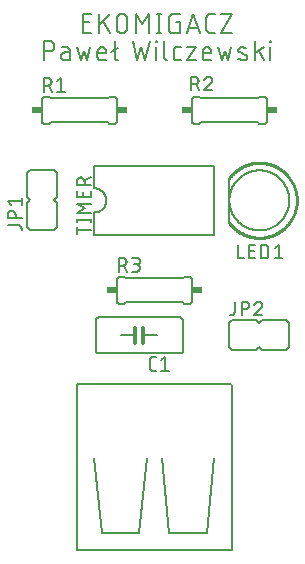
<source format=gbr>
G04 EAGLE Gerber RS-274X export*
G75*
%MOMM*%
%FSLAX34Y34*%
%LPD*%
%INSilkscreen Top*%
%IPPOS*%
%AMOC8*
5,1,8,0,0,1.08239X$1,22.5*%
G01*
%ADD10C,0.152400*%
%ADD11C,0.304800*%
%ADD12C,0.127000*%
%ADD13C,0.203200*%
%ADD14C,0.254000*%
%ADD15R,0.863600X0.609600*%


D10*
X79997Y363982D02*
X72772Y363982D01*
X72772Y380238D01*
X79997Y380238D01*
X78191Y373013D02*
X72772Y373013D01*
X86501Y380238D02*
X86501Y363982D01*
X86501Y370304D02*
X95532Y380238D01*
X90113Y373916D02*
X95532Y363982D01*
X101400Y368498D02*
X101400Y375722D01*
X101399Y375722D02*
X101401Y375855D01*
X101407Y375987D01*
X101417Y376119D01*
X101430Y376251D01*
X101448Y376383D01*
X101469Y376513D01*
X101494Y376644D01*
X101523Y376773D01*
X101556Y376901D01*
X101592Y377029D01*
X101632Y377155D01*
X101676Y377280D01*
X101724Y377404D01*
X101775Y377526D01*
X101830Y377647D01*
X101888Y377766D01*
X101950Y377884D01*
X102015Y377999D01*
X102084Y378113D01*
X102155Y378224D01*
X102231Y378333D01*
X102309Y378440D01*
X102390Y378545D01*
X102475Y378647D01*
X102562Y378747D01*
X102652Y378844D01*
X102745Y378939D01*
X102841Y379030D01*
X102939Y379119D01*
X103040Y379205D01*
X103144Y379288D01*
X103250Y379368D01*
X103358Y379444D01*
X103468Y379518D01*
X103581Y379588D01*
X103695Y379655D01*
X103812Y379718D01*
X103930Y379778D01*
X104050Y379835D01*
X104172Y379888D01*
X104295Y379937D01*
X104419Y379983D01*
X104545Y380025D01*
X104672Y380063D01*
X104800Y380098D01*
X104929Y380129D01*
X105058Y380156D01*
X105189Y380179D01*
X105320Y380199D01*
X105452Y380214D01*
X105584Y380226D01*
X105716Y380234D01*
X105849Y380238D01*
X105981Y380238D01*
X106114Y380234D01*
X106246Y380226D01*
X106378Y380214D01*
X106510Y380199D01*
X106641Y380179D01*
X106772Y380156D01*
X106901Y380129D01*
X107030Y380098D01*
X107158Y380063D01*
X107285Y380025D01*
X107411Y379983D01*
X107535Y379937D01*
X107658Y379888D01*
X107780Y379835D01*
X107900Y379778D01*
X108018Y379718D01*
X108135Y379655D01*
X108249Y379588D01*
X108362Y379518D01*
X108472Y379444D01*
X108580Y379368D01*
X108686Y379288D01*
X108790Y379205D01*
X108891Y379119D01*
X108989Y379030D01*
X109085Y378939D01*
X109178Y378844D01*
X109268Y378747D01*
X109355Y378647D01*
X109440Y378545D01*
X109521Y378440D01*
X109599Y378333D01*
X109675Y378224D01*
X109746Y378113D01*
X109815Y377999D01*
X109880Y377884D01*
X109942Y377766D01*
X110000Y377647D01*
X110055Y377526D01*
X110106Y377404D01*
X110154Y377280D01*
X110198Y377155D01*
X110238Y377029D01*
X110274Y376901D01*
X110307Y376773D01*
X110336Y376644D01*
X110361Y376513D01*
X110382Y376383D01*
X110400Y376251D01*
X110413Y376119D01*
X110423Y375987D01*
X110429Y375855D01*
X110431Y375722D01*
X110431Y368498D01*
X110429Y368365D01*
X110423Y368233D01*
X110413Y368101D01*
X110400Y367969D01*
X110382Y367837D01*
X110361Y367707D01*
X110336Y367576D01*
X110307Y367447D01*
X110274Y367319D01*
X110238Y367191D01*
X110198Y367065D01*
X110154Y366940D01*
X110106Y366816D01*
X110055Y366694D01*
X110000Y366573D01*
X109942Y366454D01*
X109880Y366336D01*
X109815Y366221D01*
X109746Y366107D01*
X109675Y365996D01*
X109599Y365887D01*
X109521Y365780D01*
X109440Y365675D01*
X109355Y365573D01*
X109268Y365473D01*
X109178Y365376D01*
X109085Y365281D01*
X108989Y365190D01*
X108891Y365101D01*
X108790Y365015D01*
X108686Y364932D01*
X108580Y364852D01*
X108472Y364776D01*
X108362Y364702D01*
X108249Y364632D01*
X108135Y364565D01*
X108018Y364502D01*
X107900Y364442D01*
X107780Y364385D01*
X107658Y364332D01*
X107535Y364283D01*
X107411Y364237D01*
X107285Y364195D01*
X107158Y364157D01*
X107030Y364122D01*
X106901Y364091D01*
X106772Y364064D01*
X106641Y364041D01*
X106510Y364021D01*
X106378Y364006D01*
X106246Y363994D01*
X106114Y363986D01*
X105981Y363982D01*
X105849Y363982D01*
X105716Y363986D01*
X105584Y363994D01*
X105452Y364006D01*
X105320Y364021D01*
X105189Y364041D01*
X105058Y364064D01*
X104929Y364091D01*
X104800Y364122D01*
X104672Y364157D01*
X104545Y364195D01*
X104419Y364237D01*
X104295Y364283D01*
X104172Y364332D01*
X104050Y364385D01*
X103930Y364442D01*
X103812Y364502D01*
X103695Y364565D01*
X103581Y364632D01*
X103468Y364702D01*
X103358Y364776D01*
X103250Y364852D01*
X103144Y364932D01*
X103040Y365015D01*
X102939Y365101D01*
X102841Y365190D01*
X102745Y365281D01*
X102652Y365376D01*
X102562Y365473D01*
X102475Y365573D01*
X102390Y365675D01*
X102309Y365780D01*
X102231Y365887D01*
X102155Y365996D01*
X102084Y366107D01*
X102015Y366221D01*
X101950Y366336D01*
X101888Y366454D01*
X101830Y366573D01*
X101775Y366694D01*
X101724Y366816D01*
X101676Y366940D01*
X101632Y367065D01*
X101592Y367191D01*
X101556Y367319D01*
X101523Y367447D01*
X101494Y367576D01*
X101469Y367707D01*
X101448Y367837D01*
X101430Y367969D01*
X101417Y368101D01*
X101407Y368233D01*
X101401Y368365D01*
X101399Y368498D01*
X117691Y363982D02*
X117691Y380238D01*
X123110Y371207D01*
X128528Y380238D01*
X128528Y363982D01*
X137178Y363982D02*
X137178Y380238D01*
X135372Y363982D02*
X138984Y363982D01*
X138984Y380238D02*
X135372Y380238D01*
X152010Y373013D02*
X154719Y373013D01*
X154719Y363982D01*
X149301Y363982D01*
X149183Y363984D01*
X149065Y363990D01*
X148947Y363999D01*
X148830Y364013D01*
X148713Y364030D01*
X148596Y364051D01*
X148481Y364076D01*
X148366Y364105D01*
X148252Y364138D01*
X148140Y364174D01*
X148029Y364214D01*
X147919Y364257D01*
X147810Y364304D01*
X147703Y364354D01*
X147598Y364409D01*
X147495Y364466D01*
X147394Y364527D01*
X147294Y364591D01*
X147197Y364658D01*
X147102Y364728D01*
X147010Y364802D01*
X146919Y364878D01*
X146832Y364958D01*
X146747Y365040D01*
X146665Y365125D01*
X146585Y365212D01*
X146509Y365303D01*
X146435Y365395D01*
X146365Y365490D01*
X146298Y365587D01*
X146234Y365687D01*
X146173Y365788D01*
X146116Y365891D01*
X146061Y365996D01*
X146011Y366103D01*
X145964Y366212D01*
X145921Y366322D01*
X145881Y366433D01*
X145845Y366545D01*
X145812Y366659D01*
X145783Y366774D01*
X145758Y366889D01*
X145737Y367006D01*
X145720Y367123D01*
X145706Y367240D01*
X145697Y367358D01*
X145691Y367476D01*
X145689Y367594D01*
X145688Y367594D02*
X145688Y376626D01*
X145689Y376626D02*
X145691Y376744D01*
X145697Y376862D01*
X145706Y376980D01*
X145720Y377097D01*
X145737Y377214D01*
X145758Y377331D01*
X145783Y377446D01*
X145812Y377561D01*
X145845Y377675D01*
X145881Y377787D01*
X145921Y377898D01*
X145964Y378008D01*
X146011Y378117D01*
X146061Y378224D01*
X146115Y378329D01*
X146173Y378432D01*
X146234Y378533D01*
X146298Y378633D01*
X146365Y378730D01*
X146435Y378825D01*
X146509Y378917D01*
X146585Y379008D01*
X146665Y379095D01*
X146747Y379180D01*
X146832Y379262D01*
X146919Y379342D01*
X147010Y379418D01*
X147102Y379492D01*
X147197Y379562D01*
X147294Y379629D01*
X147394Y379693D01*
X147495Y379754D01*
X147598Y379811D01*
X147703Y379865D01*
X147810Y379916D01*
X147919Y379963D01*
X148029Y380006D01*
X148140Y380046D01*
X148252Y380082D01*
X148366Y380115D01*
X148481Y380144D01*
X148596Y380169D01*
X148713Y380190D01*
X148830Y380207D01*
X148947Y380221D01*
X149065Y380230D01*
X149183Y380236D01*
X149301Y380238D01*
X154719Y380238D01*
X166356Y380238D02*
X160937Y363982D01*
X171775Y363982D02*
X166356Y380238D01*
X170420Y368046D02*
X162292Y368046D01*
X181045Y363982D02*
X184657Y363982D01*
X181045Y363982D02*
X180927Y363984D01*
X180809Y363990D01*
X180691Y363999D01*
X180574Y364013D01*
X180457Y364030D01*
X180340Y364051D01*
X180225Y364076D01*
X180110Y364105D01*
X179996Y364138D01*
X179884Y364174D01*
X179773Y364214D01*
X179663Y364257D01*
X179554Y364304D01*
X179447Y364354D01*
X179342Y364409D01*
X179239Y364466D01*
X179138Y364527D01*
X179038Y364591D01*
X178941Y364658D01*
X178846Y364728D01*
X178754Y364802D01*
X178663Y364878D01*
X178576Y364958D01*
X178491Y365040D01*
X178409Y365125D01*
X178329Y365212D01*
X178253Y365303D01*
X178179Y365395D01*
X178109Y365490D01*
X178042Y365587D01*
X177978Y365687D01*
X177917Y365788D01*
X177860Y365891D01*
X177805Y365996D01*
X177755Y366103D01*
X177708Y366212D01*
X177665Y366322D01*
X177625Y366433D01*
X177589Y366545D01*
X177556Y366659D01*
X177527Y366774D01*
X177502Y366889D01*
X177481Y367006D01*
X177464Y367123D01*
X177450Y367240D01*
X177441Y367358D01*
X177435Y367476D01*
X177433Y367594D01*
X177432Y367594D02*
X177432Y376626D01*
X177433Y376626D02*
X177435Y376744D01*
X177441Y376862D01*
X177450Y376980D01*
X177464Y377097D01*
X177481Y377214D01*
X177502Y377331D01*
X177527Y377446D01*
X177556Y377561D01*
X177589Y377675D01*
X177625Y377787D01*
X177665Y377898D01*
X177708Y378008D01*
X177755Y378117D01*
X177805Y378224D01*
X177859Y378329D01*
X177917Y378432D01*
X177978Y378533D01*
X178042Y378633D01*
X178109Y378730D01*
X178179Y378825D01*
X178253Y378917D01*
X178329Y379008D01*
X178409Y379095D01*
X178491Y379180D01*
X178576Y379262D01*
X178663Y379342D01*
X178754Y379418D01*
X178846Y379492D01*
X178941Y379562D01*
X179038Y379629D01*
X179138Y379693D01*
X179239Y379754D01*
X179342Y379811D01*
X179447Y379865D01*
X179554Y379916D01*
X179663Y379963D01*
X179773Y380006D01*
X179884Y380046D01*
X179996Y380082D01*
X180110Y380115D01*
X180225Y380144D01*
X180340Y380169D01*
X180457Y380190D01*
X180574Y380207D01*
X180691Y380221D01*
X180809Y380230D01*
X180927Y380236D01*
X181045Y380238D01*
X184657Y380238D01*
X189977Y380238D02*
X199008Y380238D01*
X189977Y363982D01*
X199008Y363982D01*
X39725Y357378D02*
X39725Y341122D01*
X39725Y357378D02*
X44240Y357378D01*
X44373Y357376D01*
X44505Y357370D01*
X44637Y357360D01*
X44769Y357347D01*
X44901Y357329D01*
X45031Y357308D01*
X45162Y357283D01*
X45291Y357254D01*
X45419Y357221D01*
X45547Y357185D01*
X45673Y357145D01*
X45798Y357101D01*
X45922Y357053D01*
X46044Y357002D01*
X46165Y356947D01*
X46284Y356889D01*
X46402Y356827D01*
X46517Y356762D01*
X46631Y356693D01*
X46742Y356622D01*
X46851Y356546D01*
X46958Y356468D01*
X47063Y356387D01*
X47165Y356302D01*
X47265Y356215D01*
X47362Y356125D01*
X47457Y356032D01*
X47548Y355936D01*
X47637Y355838D01*
X47723Y355737D01*
X47806Y355633D01*
X47886Y355527D01*
X47962Y355419D01*
X48036Y355309D01*
X48106Y355196D01*
X48173Y355082D01*
X48236Y354965D01*
X48296Y354847D01*
X48353Y354727D01*
X48406Y354605D01*
X48455Y354482D01*
X48501Y354358D01*
X48543Y354232D01*
X48581Y354105D01*
X48616Y353977D01*
X48647Y353848D01*
X48674Y353719D01*
X48697Y353588D01*
X48717Y353457D01*
X48732Y353325D01*
X48744Y353193D01*
X48752Y353061D01*
X48756Y352928D01*
X48756Y352796D01*
X48752Y352663D01*
X48744Y352531D01*
X48732Y352399D01*
X48717Y352267D01*
X48697Y352136D01*
X48674Y352005D01*
X48647Y351876D01*
X48616Y351747D01*
X48581Y351619D01*
X48543Y351492D01*
X48501Y351366D01*
X48455Y351242D01*
X48406Y351119D01*
X48353Y350997D01*
X48296Y350877D01*
X48236Y350759D01*
X48173Y350642D01*
X48106Y350528D01*
X48036Y350415D01*
X47962Y350305D01*
X47886Y350197D01*
X47806Y350091D01*
X47723Y349987D01*
X47637Y349886D01*
X47548Y349788D01*
X47457Y349692D01*
X47362Y349599D01*
X47265Y349509D01*
X47165Y349422D01*
X47063Y349337D01*
X46958Y349256D01*
X46851Y349178D01*
X46742Y349102D01*
X46631Y349031D01*
X46517Y348962D01*
X46402Y348897D01*
X46284Y348835D01*
X46165Y348777D01*
X46044Y348722D01*
X45922Y348671D01*
X45798Y348623D01*
X45673Y348579D01*
X45547Y348539D01*
X45419Y348503D01*
X45291Y348470D01*
X45162Y348441D01*
X45031Y348416D01*
X44901Y348395D01*
X44769Y348377D01*
X44637Y348364D01*
X44505Y348354D01*
X44373Y348348D01*
X44240Y348346D01*
X44240Y348347D02*
X39725Y348347D01*
X57572Y347444D02*
X61636Y347444D01*
X57572Y347444D02*
X57460Y347442D01*
X57349Y347436D01*
X57238Y347426D01*
X57127Y347413D01*
X57017Y347395D01*
X56908Y347373D01*
X56799Y347348D01*
X56691Y347319D01*
X56585Y347286D01*
X56479Y347249D01*
X56375Y347209D01*
X56273Y347165D01*
X56172Y347117D01*
X56073Y347066D01*
X55975Y347011D01*
X55880Y346953D01*
X55787Y346892D01*
X55696Y346827D01*
X55607Y346759D01*
X55521Y346688D01*
X55438Y346615D01*
X55357Y346538D01*
X55278Y346458D01*
X55203Y346376D01*
X55131Y346291D01*
X55061Y346204D01*
X54995Y346114D01*
X54932Y346022D01*
X54872Y345927D01*
X54816Y345831D01*
X54763Y345733D01*
X54714Y345633D01*
X54668Y345531D01*
X54626Y345428D01*
X54587Y345323D01*
X54552Y345217D01*
X54521Y345110D01*
X54494Y345002D01*
X54470Y344893D01*
X54451Y344783D01*
X54435Y344673D01*
X54423Y344562D01*
X54415Y344450D01*
X54411Y344339D01*
X54411Y344227D01*
X54415Y344116D01*
X54423Y344004D01*
X54435Y343893D01*
X54451Y343783D01*
X54470Y343673D01*
X54494Y343564D01*
X54521Y343456D01*
X54552Y343349D01*
X54587Y343243D01*
X54626Y343138D01*
X54668Y343035D01*
X54714Y342933D01*
X54763Y342833D01*
X54816Y342735D01*
X54872Y342639D01*
X54932Y342544D01*
X54995Y342452D01*
X55061Y342362D01*
X55131Y342275D01*
X55203Y342190D01*
X55278Y342108D01*
X55357Y342028D01*
X55438Y341951D01*
X55521Y341878D01*
X55607Y341807D01*
X55696Y341739D01*
X55787Y341674D01*
X55880Y341613D01*
X55975Y341555D01*
X56073Y341500D01*
X56172Y341449D01*
X56273Y341401D01*
X56375Y341357D01*
X56479Y341317D01*
X56585Y341280D01*
X56691Y341247D01*
X56799Y341218D01*
X56908Y341193D01*
X57017Y341171D01*
X57127Y341153D01*
X57238Y341140D01*
X57349Y341130D01*
X57460Y341124D01*
X57572Y341122D01*
X61636Y341122D01*
X61636Y349250D01*
X61634Y349351D01*
X61628Y349452D01*
X61619Y349553D01*
X61606Y349654D01*
X61589Y349754D01*
X61568Y349853D01*
X61544Y349951D01*
X61516Y350048D01*
X61484Y350145D01*
X61449Y350240D01*
X61410Y350333D01*
X61368Y350425D01*
X61322Y350516D01*
X61273Y350605D01*
X61221Y350691D01*
X61165Y350776D01*
X61107Y350859D01*
X61045Y350939D01*
X60980Y351017D01*
X60913Y351093D01*
X60843Y351166D01*
X60770Y351236D01*
X60694Y351303D01*
X60616Y351368D01*
X60536Y351430D01*
X60453Y351488D01*
X60368Y351544D01*
X60282Y351596D01*
X60193Y351645D01*
X60102Y351691D01*
X60010Y351733D01*
X59917Y351772D01*
X59822Y351807D01*
X59725Y351839D01*
X59628Y351867D01*
X59530Y351891D01*
X59431Y351912D01*
X59331Y351929D01*
X59230Y351942D01*
X59129Y351951D01*
X59028Y351957D01*
X58927Y351959D01*
X55315Y351959D01*
X68310Y351959D02*
X71019Y341122D01*
X73729Y348347D01*
X76438Y341122D01*
X79147Y351959D01*
X87936Y341122D02*
X92451Y341122D01*
X87936Y341122D02*
X87835Y341124D01*
X87734Y341130D01*
X87633Y341139D01*
X87532Y341152D01*
X87432Y341169D01*
X87333Y341190D01*
X87235Y341214D01*
X87138Y341242D01*
X87041Y341274D01*
X86946Y341309D01*
X86853Y341348D01*
X86761Y341390D01*
X86670Y341436D01*
X86582Y341485D01*
X86495Y341537D01*
X86410Y341593D01*
X86327Y341651D01*
X86247Y341713D01*
X86169Y341778D01*
X86093Y341845D01*
X86020Y341915D01*
X85950Y341988D01*
X85883Y342064D01*
X85818Y342142D01*
X85756Y342222D01*
X85698Y342305D01*
X85642Y342390D01*
X85590Y342477D01*
X85541Y342565D01*
X85495Y342656D01*
X85453Y342748D01*
X85414Y342841D01*
X85379Y342936D01*
X85347Y343033D01*
X85319Y343130D01*
X85295Y343228D01*
X85274Y343327D01*
X85257Y343427D01*
X85244Y343528D01*
X85235Y343629D01*
X85229Y343730D01*
X85227Y343831D01*
X85226Y343831D02*
X85226Y348347D01*
X85227Y348347D02*
X85229Y348466D01*
X85235Y348586D01*
X85245Y348705D01*
X85259Y348823D01*
X85276Y348942D01*
X85298Y349059D01*
X85323Y349176D01*
X85353Y349291D01*
X85386Y349406D01*
X85423Y349520D01*
X85463Y349632D01*
X85508Y349743D01*
X85556Y349852D01*
X85607Y349960D01*
X85662Y350066D01*
X85721Y350170D01*
X85783Y350272D01*
X85848Y350372D01*
X85917Y350470D01*
X85989Y350566D01*
X86064Y350659D01*
X86141Y350749D01*
X86222Y350837D01*
X86306Y350922D01*
X86393Y351004D01*
X86482Y351084D01*
X86574Y351160D01*
X86668Y351234D01*
X86765Y351304D01*
X86863Y351371D01*
X86964Y351435D01*
X87068Y351495D01*
X87173Y351552D01*
X87280Y351605D01*
X87388Y351655D01*
X87498Y351701D01*
X87610Y351743D01*
X87723Y351782D01*
X87837Y351817D01*
X87952Y351848D01*
X88069Y351876D01*
X88186Y351899D01*
X88303Y351919D01*
X88422Y351935D01*
X88541Y351947D01*
X88660Y351955D01*
X88779Y351959D01*
X88899Y351959D01*
X89018Y351955D01*
X89137Y351947D01*
X89256Y351935D01*
X89375Y351919D01*
X89492Y351899D01*
X89609Y351876D01*
X89726Y351848D01*
X89841Y351817D01*
X89955Y351782D01*
X90068Y351743D01*
X90180Y351701D01*
X90290Y351655D01*
X90398Y351605D01*
X90505Y351552D01*
X90610Y351495D01*
X90714Y351435D01*
X90815Y351371D01*
X90913Y351304D01*
X91010Y351234D01*
X91104Y351160D01*
X91196Y351084D01*
X91285Y351004D01*
X91372Y350922D01*
X91456Y350837D01*
X91537Y350749D01*
X91614Y350659D01*
X91689Y350566D01*
X91761Y350470D01*
X91830Y350372D01*
X91895Y350272D01*
X91957Y350170D01*
X92016Y350066D01*
X92071Y349960D01*
X92122Y349852D01*
X92170Y349743D01*
X92215Y349632D01*
X92255Y349520D01*
X92292Y349406D01*
X92325Y349291D01*
X92355Y349176D01*
X92380Y349059D01*
X92402Y348942D01*
X92419Y348823D01*
X92433Y348705D01*
X92443Y348586D01*
X92449Y348466D01*
X92451Y348347D01*
X92451Y346541D01*
X85226Y346541D01*
X97071Y347444D02*
X102490Y351056D01*
X99781Y357378D02*
X99781Y343831D01*
X99783Y343730D01*
X99789Y343629D01*
X99798Y343528D01*
X99811Y343427D01*
X99828Y343327D01*
X99849Y343228D01*
X99873Y343130D01*
X99901Y343033D01*
X99933Y342936D01*
X99968Y342841D01*
X100007Y342748D01*
X100049Y342656D01*
X100095Y342565D01*
X100144Y342476D01*
X100196Y342390D01*
X100252Y342305D01*
X100310Y342222D01*
X100372Y342142D01*
X100437Y342064D01*
X100504Y341988D01*
X100574Y341915D01*
X100647Y341845D01*
X100723Y341778D01*
X100801Y341713D01*
X100881Y341651D01*
X100964Y341593D01*
X101049Y341537D01*
X101136Y341485D01*
X101224Y341436D01*
X101315Y341390D01*
X101407Y341348D01*
X101500Y341309D01*
X101595Y341274D01*
X101692Y341242D01*
X101789Y341214D01*
X101887Y341190D01*
X101986Y341169D01*
X102086Y341152D01*
X102187Y341139D01*
X102288Y341130D01*
X102389Y341124D01*
X102490Y341122D01*
X118573Y341122D02*
X114960Y357378D01*
X122185Y351959D02*
X118573Y341122D01*
X125798Y341122D02*
X122185Y351959D01*
X129410Y357378D02*
X125798Y341122D01*
X135211Y341122D02*
X135211Y351959D01*
X134760Y356475D02*
X134760Y357378D01*
X135663Y357378D01*
X135663Y356475D01*
X134760Y356475D01*
X141736Y357378D02*
X141736Y343831D01*
X141738Y343730D01*
X141744Y343629D01*
X141753Y343528D01*
X141766Y343427D01*
X141783Y343327D01*
X141804Y343228D01*
X141828Y343130D01*
X141856Y343033D01*
X141888Y342936D01*
X141923Y342841D01*
X141962Y342748D01*
X142004Y342656D01*
X142050Y342565D01*
X142099Y342477D01*
X142151Y342390D01*
X142207Y342305D01*
X142265Y342222D01*
X142327Y342142D01*
X142392Y342064D01*
X142459Y341988D01*
X142529Y341915D01*
X142602Y341845D01*
X142678Y341778D01*
X142756Y341713D01*
X142836Y341651D01*
X142919Y341593D01*
X143004Y341537D01*
X143091Y341485D01*
X143179Y341436D01*
X143270Y341390D01*
X143362Y341348D01*
X143455Y341309D01*
X143550Y341274D01*
X143647Y341242D01*
X143744Y341214D01*
X143842Y341190D01*
X143941Y341169D01*
X144041Y341152D01*
X144142Y341139D01*
X144243Y341130D01*
X144344Y341124D01*
X144445Y341122D01*
X152562Y341122D02*
X156175Y341122D01*
X152562Y341122D02*
X152461Y341124D01*
X152360Y341130D01*
X152259Y341139D01*
X152158Y341152D01*
X152058Y341169D01*
X151959Y341190D01*
X151861Y341214D01*
X151764Y341242D01*
X151667Y341274D01*
X151572Y341309D01*
X151479Y341348D01*
X151387Y341390D01*
X151296Y341436D01*
X151208Y341485D01*
X151121Y341537D01*
X151036Y341593D01*
X150953Y341651D01*
X150873Y341713D01*
X150795Y341778D01*
X150719Y341845D01*
X150646Y341915D01*
X150576Y341988D01*
X150509Y342064D01*
X150444Y342142D01*
X150382Y342222D01*
X150324Y342305D01*
X150268Y342390D01*
X150216Y342477D01*
X150167Y342565D01*
X150121Y342656D01*
X150079Y342748D01*
X150040Y342841D01*
X150005Y342936D01*
X149973Y343033D01*
X149945Y343130D01*
X149921Y343228D01*
X149900Y343327D01*
X149883Y343427D01*
X149870Y343528D01*
X149861Y343629D01*
X149855Y343730D01*
X149853Y343831D01*
X149853Y349250D01*
X149855Y349351D01*
X149861Y349452D01*
X149870Y349553D01*
X149883Y349654D01*
X149900Y349754D01*
X149921Y349853D01*
X149945Y349951D01*
X149973Y350048D01*
X150005Y350145D01*
X150040Y350240D01*
X150079Y350333D01*
X150121Y350425D01*
X150167Y350516D01*
X150216Y350605D01*
X150268Y350691D01*
X150324Y350776D01*
X150382Y350859D01*
X150444Y350939D01*
X150509Y351017D01*
X150576Y351093D01*
X150646Y351166D01*
X150719Y351236D01*
X150795Y351303D01*
X150873Y351368D01*
X150953Y351430D01*
X151036Y351488D01*
X151121Y351544D01*
X151208Y351596D01*
X151296Y351645D01*
X151387Y351691D01*
X151479Y351733D01*
X151572Y351772D01*
X151667Y351807D01*
X151764Y351839D01*
X151861Y351867D01*
X151959Y351891D01*
X152058Y351912D01*
X152158Y351929D01*
X152259Y351942D01*
X152360Y351951D01*
X152461Y351957D01*
X152562Y351959D01*
X156175Y351959D01*
X161298Y351959D02*
X168523Y351959D01*
X161298Y341122D01*
X168523Y341122D01*
X177034Y341122D02*
X181549Y341122D01*
X177034Y341122D02*
X176933Y341124D01*
X176832Y341130D01*
X176731Y341139D01*
X176630Y341152D01*
X176530Y341169D01*
X176431Y341190D01*
X176333Y341214D01*
X176236Y341242D01*
X176139Y341274D01*
X176044Y341309D01*
X175951Y341348D01*
X175859Y341390D01*
X175768Y341436D01*
X175680Y341485D01*
X175593Y341537D01*
X175508Y341593D01*
X175425Y341651D01*
X175345Y341713D01*
X175267Y341778D01*
X175191Y341845D01*
X175118Y341915D01*
X175048Y341988D01*
X174981Y342064D01*
X174916Y342142D01*
X174854Y342222D01*
X174796Y342305D01*
X174740Y342390D01*
X174688Y342477D01*
X174639Y342565D01*
X174593Y342656D01*
X174551Y342748D01*
X174512Y342841D01*
X174477Y342936D01*
X174445Y343033D01*
X174417Y343130D01*
X174393Y343228D01*
X174372Y343327D01*
X174355Y343427D01*
X174342Y343528D01*
X174333Y343629D01*
X174327Y343730D01*
X174325Y343831D01*
X174324Y343831D02*
X174324Y348347D01*
X174325Y348347D02*
X174327Y348466D01*
X174333Y348586D01*
X174343Y348705D01*
X174357Y348823D01*
X174374Y348942D01*
X174396Y349059D01*
X174421Y349176D01*
X174451Y349291D01*
X174484Y349406D01*
X174521Y349520D01*
X174561Y349632D01*
X174606Y349743D01*
X174654Y349852D01*
X174705Y349960D01*
X174760Y350066D01*
X174819Y350170D01*
X174881Y350272D01*
X174946Y350372D01*
X175015Y350470D01*
X175087Y350566D01*
X175162Y350659D01*
X175239Y350749D01*
X175320Y350837D01*
X175404Y350922D01*
X175491Y351004D01*
X175580Y351084D01*
X175672Y351160D01*
X175766Y351234D01*
X175863Y351304D01*
X175961Y351371D01*
X176062Y351435D01*
X176166Y351495D01*
X176271Y351552D01*
X176378Y351605D01*
X176486Y351655D01*
X176596Y351701D01*
X176708Y351743D01*
X176821Y351782D01*
X176935Y351817D01*
X177050Y351848D01*
X177167Y351876D01*
X177284Y351899D01*
X177401Y351919D01*
X177520Y351935D01*
X177639Y351947D01*
X177758Y351955D01*
X177877Y351959D01*
X177997Y351959D01*
X178116Y351955D01*
X178235Y351947D01*
X178354Y351935D01*
X178473Y351919D01*
X178590Y351899D01*
X178707Y351876D01*
X178824Y351848D01*
X178939Y351817D01*
X179053Y351782D01*
X179166Y351743D01*
X179278Y351701D01*
X179388Y351655D01*
X179496Y351605D01*
X179603Y351552D01*
X179708Y351495D01*
X179812Y351435D01*
X179913Y351371D01*
X180011Y351304D01*
X180108Y351234D01*
X180202Y351160D01*
X180294Y351084D01*
X180383Y351004D01*
X180470Y350922D01*
X180554Y350837D01*
X180635Y350749D01*
X180712Y350659D01*
X180787Y350566D01*
X180859Y350470D01*
X180928Y350372D01*
X180993Y350272D01*
X181055Y350170D01*
X181114Y350066D01*
X181169Y349960D01*
X181220Y349852D01*
X181268Y349743D01*
X181313Y349632D01*
X181353Y349520D01*
X181390Y349406D01*
X181423Y349291D01*
X181453Y349176D01*
X181478Y349059D01*
X181500Y348942D01*
X181517Y348823D01*
X181531Y348705D01*
X181541Y348586D01*
X181547Y348466D01*
X181549Y348347D01*
X181549Y346541D01*
X174324Y346541D01*
X187628Y351959D02*
X190338Y341122D01*
X193047Y348347D01*
X195756Y341122D01*
X198466Y351959D01*
X205899Y347444D02*
X210415Y345638D01*
X205899Y347444D02*
X205811Y347481D01*
X205725Y347522D01*
X205640Y347566D01*
X205557Y347614D01*
X205477Y347665D01*
X205398Y347719D01*
X205322Y347777D01*
X205248Y347837D01*
X205176Y347901D01*
X205108Y347967D01*
X205042Y348037D01*
X204979Y348108D01*
X204918Y348183D01*
X204861Y348259D01*
X204808Y348338D01*
X204757Y348419D01*
X204710Y348502D01*
X204666Y348587D01*
X204626Y348674D01*
X204589Y348762D01*
X204556Y348852D01*
X204526Y348943D01*
X204501Y349035D01*
X204479Y349128D01*
X204461Y349222D01*
X204446Y349316D01*
X204436Y349411D01*
X204430Y349507D01*
X204427Y349602D01*
X204428Y349698D01*
X204434Y349793D01*
X204443Y349889D01*
X204456Y349983D01*
X204472Y350077D01*
X204493Y350171D01*
X204518Y350263D01*
X204546Y350354D01*
X204578Y350444D01*
X204613Y350533D01*
X204652Y350620D01*
X204695Y350706D01*
X204741Y350790D01*
X204791Y350871D01*
X204843Y350951D01*
X204899Y351029D01*
X204959Y351104D01*
X205021Y351176D01*
X205086Y351246D01*
X205154Y351314D01*
X205224Y351378D01*
X205297Y351440D01*
X205373Y351498D01*
X205451Y351554D01*
X205531Y351606D01*
X205613Y351655D01*
X205697Y351700D01*
X205783Y351742D01*
X205870Y351781D01*
X205959Y351816D01*
X206050Y351847D01*
X206141Y351874D01*
X206234Y351898D01*
X206327Y351918D01*
X206421Y351934D01*
X206516Y351946D01*
X206611Y351955D01*
X206707Y351959D01*
X206802Y351960D01*
X207049Y351953D01*
X207295Y351941D01*
X207541Y351923D01*
X207787Y351898D01*
X208031Y351868D01*
X208275Y351832D01*
X208518Y351791D01*
X208760Y351743D01*
X209001Y351689D01*
X209240Y351630D01*
X209478Y351565D01*
X209714Y351494D01*
X209949Y351418D01*
X210182Y351336D01*
X210412Y351248D01*
X210640Y351155D01*
X210867Y351057D01*
X210415Y345637D02*
X210503Y345600D01*
X210589Y345559D01*
X210674Y345515D01*
X210757Y345467D01*
X210837Y345416D01*
X210916Y345362D01*
X210992Y345304D01*
X211066Y345244D01*
X211138Y345180D01*
X211206Y345114D01*
X211272Y345044D01*
X211335Y344973D01*
X211396Y344898D01*
X211453Y344822D01*
X211506Y344743D01*
X211557Y344662D01*
X211604Y344579D01*
X211648Y344494D01*
X211688Y344407D01*
X211725Y344319D01*
X211758Y344229D01*
X211788Y344138D01*
X211813Y344046D01*
X211835Y343953D01*
X211853Y343859D01*
X211868Y343765D01*
X211878Y343670D01*
X211884Y343574D01*
X211887Y343479D01*
X211886Y343383D01*
X211880Y343288D01*
X211871Y343192D01*
X211858Y343098D01*
X211842Y343004D01*
X211821Y342910D01*
X211796Y342818D01*
X211768Y342727D01*
X211736Y342637D01*
X211701Y342548D01*
X211662Y342461D01*
X211619Y342375D01*
X211573Y342291D01*
X211523Y342210D01*
X211471Y342130D01*
X211415Y342052D01*
X211355Y341977D01*
X211293Y341905D01*
X211228Y341835D01*
X211160Y341767D01*
X211090Y341703D01*
X211017Y341641D01*
X210941Y341583D01*
X210863Y341527D01*
X210783Y341475D01*
X210701Y341426D01*
X210617Y341381D01*
X210531Y341339D01*
X210444Y341300D01*
X210355Y341265D01*
X210264Y341234D01*
X210173Y341207D01*
X210080Y341183D01*
X209987Y341163D01*
X209893Y341147D01*
X209798Y341135D01*
X209703Y341126D01*
X209607Y341122D01*
X209512Y341121D01*
X209511Y341122D02*
X209149Y341131D01*
X208787Y341149D01*
X208426Y341176D01*
X208066Y341211D01*
X207706Y341254D01*
X207347Y341306D01*
X206990Y341367D01*
X206635Y341436D01*
X206281Y341513D01*
X205929Y341599D01*
X205579Y341693D01*
X205231Y341796D01*
X204886Y341906D01*
X204544Y342025D01*
X218781Y341122D02*
X218781Y357378D01*
X226006Y351959D02*
X218781Y346541D01*
X221942Y348798D02*
X226006Y341122D01*
X231604Y341122D02*
X231604Y351959D01*
X231152Y356475D02*
X231152Y357378D01*
X232055Y357378D01*
X232055Y356475D01*
X231152Y356475D01*
D11*
X123698Y107950D02*
X123698Y101600D01*
X123698Y107950D02*
X123698Y114300D01*
D10*
X123698Y107950D02*
X135890Y107950D01*
D11*
X117348Y107950D02*
X117348Y101600D01*
X117348Y107950D02*
X117348Y114300D01*
D10*
X117348Y107950D02*
X105410Y107950D01*
X157480Y95250D02*
X157480Y120650D01*
X154940Y123190D02*
X86360Y123190D01*
X83820Y120650D02*
X83820Y95250D01*
X86360Y92710D02*
X154940Y92710D01*
X86360Y92710D02*
X86260Y92712D01*
X86161Y92718D01*
X86061Y92728D01*
X85963Y92741D01*
X85864Y92759D01*
X85767Y92780D01*
X85671Y92805D01*
X85575Y92834D01*
X85481Y92867D01*
X85388Y92903D01*
X85297Y92943D01*
X85207Y92987D01*
X85119Y93034D01*
X85033Y93084D01*
X84949Y93138D01*
X84867Y93195D01*
X84788Y93255D01*
X84710Y93319D01*
X84636Y93385D01*
X84564Y93454D01*
X84495Y93526D01*
X84429Y93600D01*
X84365Y93678D01*
X84305Y93757D01*
X84248Y93839D01*
X84194Y93923D01*
X84144Y94009D01*
X84097Y94097D01*
X84053Y94187D01*
X84013Y94278D01*
X83977Y94371D01*
X83944Y94465D01*
X83915Y94561D01*
X83890Y94657D01*
X83869Y94754D01*
X83851Y94853D01*
X83838Y94951D01*
X83828Y95051D01*
X83822Y95150D01*
X83820Y95250D01*
X83820Y120650D02*
X83822Y120750D01*
X83828Y120849D01*
X83838Y120949D01*
X83851Y121047D01*
X83869Y121146D01*
X83890Y121243D01*
X83915Y121339D01*
X83944Y121435D01*
X83977Y121529D01*
X84013Y121622D01*
X84053Y121713D01*
X84097Y121803D01*
X84144Y121891D01*
X84194Y121977D01*
X84248Y122061D01*
X84305Y122143D01*
X84365Y122222D01*
X84429Y122300D01*
X84495Y122374D01*
X84564Y122446D01*
X84636Y122515D01*
X84710Y122581D01*
X84788Y122645D01*
X84867Y122705D01*
X84949Y122762D01*
X85033Y122816D01*
X85119Y122866D01*
X85207Y122913D01*
X85297Y122957D01*
X85388Y122997D01*
X85481Y123033D01*
X85575Y123066D01*
X85671Y123095D01*
X85767Y123120D01*
X85864Y123141D01*
X85963Y123159D01*
X86061Y123172D01*
X86161Y123182D01*
X86260Y123188D01*
X86360Y123190D01*
X154940Y123190D02*
X155040Y123188D01*
X155139Y123182D01*
X155239Y123172D01*
X155337Y123159D01*
X155436Y123141D01*
X155533Y123120D01*
X155629Y123095D01*
X155725Y123066D01*
X155819Y123033D01*
X155912Y122997D01*
X156003Y122957D01*
X156093Y122913D01*
X156181Y122866D01*
X156267Y122816D01*
X156351Y122762D01*
X156433Y122705D01*
X156512Y122645D01*
X156590Y122581D01*
X156664Y122515D01*
X156736Y122446D01*
X156805Y122374D01*
X156871Y122300D01*
X156935Y122222D01*
X156995Y122143D01*
X157052Y122061D01*
X157106Y121977D01*
X157156Y121891D01*
X157203Y121803D01*
X157247Y121713D01*
X157287Y121622D01*
X157323Y121529D01*
X157356Y121435D01*
X157385Y121339D01*
X157410Y121243D01*
X157431Y121146D01*
X157449Y121047D01*
X157462Y120949D01*
X157472Y120849D01*
X157478Y120750D01*
X157480Y120650D01*
X157480Y95250D02*
X157478Y95150D01*
X157472Y95051D01*
X157462Y94951D01*
X157449Y94853D01*
X157431Y94754D01*
X157410Y94657D01*
X157385Y94561D01*
X157356Y94465D01*
X157323Y94371D01*
X157287Y94278D01*
X157247Y94187D01*
X157203Y94097D01*
X157156Y94009D01*
X157106Y93923D01*
X157052Y93839D01*
X156995Y93757D01*
X156935Y93678D01*
X156871Y93600D01*
X156805Y93526D01*
X156736Y93454D01*
X156664Y93385D01*
X156590Y93319D01*
X156512Y93255D01*
X156433Y93195D01*
X156351Y93138D01*
X156267Y93084D01*
X156181Y93034D01*
X156093Y92987D01*
X156003Y92943D01*
X155912Y92903D01*
X155819Y92867D01*
X155725Y92834D01*
X155629Y92805D01*
X155533Y92780D01*
X155436Y92759D01*
X155337Y92741D01*
X155239Y92728D01*
X155139Y92718D01*
X155040Y92712D01*
X154940Y92710D01*
D12*
X134583Y78105D02*
X132043Y78105D01*
X131943Y78107D01*
X131844Y78113D01*
X131744Y78123D01*
X131646Y78136D01*
X131547Y78154D01*
X131450Y78175D01*
X131354Y78200D01*
X131258Y78229D01*
X131164Y78262D01*
X131071Y78298D01*
X130980Y78338D01*
X130890Y78382D01*
X130802Y78429D01*
X130716Y78479D01*
X130632Y78533D01*
X130550Y78590D01*
X130471Y78650D01*
X130393Y78714D01*
X130319Y78780D01*
X130247Y78849D01*
X130178Y78921D01*
X130112Y78995D01*
X130048Y79073D01*
X129988Y79152D01*
X129931Y79234D01*
X129877Y79318D01*
X129827Y79404D01*
X129780Y79492D01*
X129736Y79582D01*
X129696Y79673D01*
X129660Y79766D01*
X129627Y79860D01*
X129598Y79956D01*
X129573Y80052D01*
X129552Y80149D01*
X129534Y80248D01*
X129521Y80346D01*
X129511Y80446D01*
X129505Y80545D01*
X129503Y80645D01*
X129503Y86995D01*
X129505Y87095D01*
X129511Y87194D01*
X129521Y87294D01*
X129534Y87392D01*
X129552Y87491D01*
X129573Y87588D01*
X129598Y87684D01*
X129627Y87780D01*
X129660Y87874D01*
X129696Y87967D01*
X129736Y88058D01*
X129780Y88148D01*
X129827Y88236D01*
X129877Y88322D01*
X129931Y88406D01*
X129988Y88488D01*
X130048Y88567D01*
X130112Y88645D01*
X130178Y88719D01*
X130247Y88791D01*
X130319Y88860D01*
X130393Y88926D01*
X130471Y88990D01*
X130550Y89050D01*
X130632Y89107D01*
X130716Y89161D01*
X130802Y89211D01*
X130890Y89258D01*
X130980Y89302D01*
X131071Y89342D01*
X131164Y89378D01*
X131258Y89411D01*
X131354Y89440D01*
X131450Y89465D01*
X131547Y89486D01*
X131646Y89504D01*
X131744Y89517D01*
X131844Y89527D01*
X131943Y89533D01*
X132043Y89535D01*
X134583Y89535D01*
X139065Y86995D02*
X142240Y89535D01*
X142240Y78105D01*
X139065Y78105D02*
X145415Y78105D01*
D10*
X27940Y222250D02*
X25400Y224790D01*
X27940Y222250D02*
X25400Y219710D01*
X48260Y222250D02*
X50800Y224790D01*
X48260Y222250D02*
X50800Y219710D01*
X50800Y199390D01*
X48260Y196850D01*
X50800Y245110D02*
X48260Y247650D01*
X50800Y245110D02*
X50800Y224790D01*
X48260Y247650D02*
X27940Y247650D01*
X25400Y245110D01*
X25400Y224790D01*
X25400Y219710D02*
X25400Y199390D01*
X27940Y196850D01*
X48260Y196850D01*
D12*
X18415Y201295D02*
X9525Y201295D01*
X18415Y201295D02*
X18515Y201293D01*
X18614Y201287D01*
X18714Y201277D01*
X18812Y201264D01*
X18911Y201246D01*
X19008Y201225D01*
X19104Y201200D01*
X19200Y201171D01*
X19294Y201138D01*
X19387Y201102D01*
X19478Y201062D01*
X19568Y201018D01*
X19656Y200971D01*
X19742Y200921D01*
X19826Y200867D01*
X19908Y200810D01*
X19987Y200750D01*
X20065Y200686D01*
X20139Y200620D01*
X20211Y200551D01*
X20280Y200479D01*
X20346Y200405D01*
X20410Y200327D01*
X20470Y200248D01*
X20527Y200166D01*
X20581Y200082D01*
X20631Y199996D01*
X20678Y199908D01*
X20722Y199818D01*
X20762Y199727D01*
X20798Y199634D01*
X20831Y199540D01*
X20860Y199444D01*
X20885Y199348D01*
X20906Y199251D01*
X20924Y199152D01*
X20937Y199054D01*
X20947Y198954D01*
X20953Y198855D01*
X20955Y198755D01*
X20955Y197485D01*
X20955Y207275D02*
X9525Y207275D01*
X9525Y210450D01*
X9527Y210561D01*
X9533Y210671D01*
X9542Y210782D01*
X9556Y210892D01*
X9573Y211001D01*
X9594Y211110D01*
X9619Y211218D01*
X9648Y211325D01*
X9680Y211431D01*
X9716Y211536D01*
X9756Y211639D01*
X9799Y211741D01*
X9846Y211842D01*
X9897Y211941D01*
X9950Y212038D01*
X10007Y212132D01*
X10068Y212225D01*
X10131Y212316D01*
X10198Y212405D01*
X10268Y212491D01*
X10341Y212574D01*
X10416Y212656D01*
X10494Y212734D01*
X10576Y212809D01*
X10659Y212882D01*
X10745Y212952D01*
X10834Y213019D01*
X10925Y213082D01*
X11018Y213143D01*
X11112Y213200D01*
X11209Y213253D01*
X11308Y213304D01*
X11409Y213351D01*
X11511Y213394D01*
X11614Y213434D01*
X11719Y213470D01*
X11825Y213502D01*
X11932Y213531D01*
X12040Y213556D01*
X12149Y213577D01*
X12258Y213594D01*
X12368Y213608D01*
X12479Y213617D01*
X12589Y213623D01*
X12700Y213625D01*
X12811Y213623D01*
X12921Y213617D01*
X13032Y213608D01*
X13142Y213594D01*
X13251Y213577D01*
X13360Y213556D01*
X13468Y213531D01*
X13575Y213502D01*
X13681Y213470D01*
X13786Y213434D01*
X13889Y213394D01*
X13991Y213351D01*
X14092Y213304D01*
X14191Y213253D01*
X14287Y213200D01*
X14382Y213143D01*
X14475Y213082D01*
X14566Y213019D01*
X14655Y212952D01*
X14741Y212882D01*
X14824Y212809D01*
X14906Y212734D01*
X14984Y212656D01*
X15059Y212574D01*
X15132Y212491D01*
X15202Y212405D01*
X15269Y212316D01*
X15332Y212225D01*
X15393Y212132D01*
X15450Y212038D01*
X15503Y211941D01*
X15554Y211842D01*
X15601Y211741D01*
X15644Y211639D01*
X15684Y211536D01*
X15720Y211431D01*
X15752Y211325D01*
X15781Y211218D01*
X15806Y211110D01*
X15827Y211001D01*
X15844Y210892D01*
X15858Y210782D01*
X15867Y210671D01*
X15873Y210561D01*
X15875Y210450D01*
X15875Y207275D01*
X12065Y218134D02*
X9525Y221309D01*
X20955Y221309D01*
X20955Y218134D02*
X20955Y224484D01*
D10*
X222250Y118110D02*
X224790Y120650D01*
X222250Y118110D02*
X219710Y120650D01*
X222250Y97790D02*
X224790Y95250D01*
X222250Y97790D02*
X219710Y95250D01*
X199390Y95250D01*
X196850Y97790D01*
X245110Y95250D02*
X247650Y97790D01*
X245110Y95250D02*
X224790Y95250D01*
X247650Y97790D02*
X247650Y118110D01*
X245110Y120650D01*
X224790Y120650D01*
X219710Y120650D02*
X199390Y120650D01*
X196850Y118110D01*
X196850Y97790D01*
D12*
X201295Y127635D02*
X201295Y136525D01*
X201295Y127635D02*
X201293Y127535D01*
X201287Y127436D01*
X201277Y127336D01*
X201264Y127238D01*
X201246Y127139D01*
X201225Y127042D01*
X201200Y126946D01*
X201171Y126850D01*
X201138Y126756D01*
X201102Y126663D01*
X201062Y126572D01*
X201018Y126482D01*
X200971Y126394D01*
X200921Y126308D01*
X200867Y126224D01*
X200810Y126142D01*
X200750Y126063D01*
X200686Y125985D01*
X200620Y125911D01*
X200551Y125839D01*
X200479Y125770D01*
X200405Y125704D01*
X200327Y125640D01*
X200248Y125580D01*
X200166Y125523D01*
X200082Y125469D01*
X199996Y125419D01*
X199908Y125372D01*
X199818Y125328D01*
X199727Y125288D01*
X199634Y125252D01*
X199540Y125219D01*
X199444Y125190D01*
X199348Y125165D01*
X199251Y125144D01*
X199152Y125126D01*
X199054Y125113D01*
X198954Y125103D01*
X198855Y125097D01*
X198755Y125095D01*
X197485Y125095D01*
X207275Y125095D02*
X207275Y136525D01*
X210450Y136525D01*
X210561Y136523D01*
X210671Y136517D01*
X210782Y136508D01*
X210892Y136494D01*
X211001Y136477D01*
X211110Y136456D01*
X211218Y136431D01*
X211325Y136402D01*
X211431Y136370D01*
X211536Y136334D01*
X211639Y136294D01*
X211741Y136251D01*
X211842Y136204D01*
X211941Y136153D01*
X212038Y136100D01*
X212132Y136043D01*
X212225Y135982D01*
X212316Y135919D01*
X212405Y135852D01*
X212491Y135782D01*
X212574Y135709D01*
X212656Y135634D01*
X212734Y135556D01*
X212809Y135474D01*
X212882Y135391D01*
X212952Y135305D01*
X213019Y135216D01*
X213082Y135125D01*
X213143Y135032D01*
X213200Y134937D01*
X213253Y134841D01*
X213304Y134742D01*
X213351Y134641D01*
X213394Y134539D01*
X213434Y134436D01*
X213470Y134331D01*
X213502Y134225D01*
X213531Y134118D01*
X213556Y134010D01*
X213577Y133901D01*
X213594Y133792D01*
X213608Y133682D01*
X213617Y133571D01*
X213623Y133461D01*
X213625Y133350D01*
X213623Y133239D01*
X213617Y133129D01*
X213608Y133018D01*
X213594Y132908D01*
X213577Y132799D01*
X213556Y132690D01*
X213531Y132582D01*
X213502Y132475D01*
X213470Y132369D01*
X213434Y132264D01*
X213394Y132161D01*
X213351Y132059D01*
X213304Y131958D01*
X213253Y131859D01*
X213200Y131762D01*
X213143Y131668D01*
X213082Y131575D01*
X213019Y131484D01*
X212952Y131395D01*
X212882Y131309D01*
X212809Y131226D01*
X212734Y131144D01*
X212656Y131066D01*
X212574Y130991D01*
X212491Y130918D01*
X212405Y130848D01*
X212316Y130781D01*
X212225Y130718D01*
X212132Y130657D01*
X212037Y130600D01*
X211941Y130547D01*
X211842Y130496D01*
X211741Y130449D01*
X211639Y130406D01*
X211536Y130366D01*
X211431Y130330D01*
X211325Y130298D01*
X211218Y130269D01*
X211110Y130244D01*
X211001Y130223D01*
X210892Y130206D01*
X210782Y130192D01*
X210671Y130183D01*
X210561Y130177D01*
X210450Y130175D01*
X207275Y130175D01*
X221626Y136526D02*
X221730Y136524D01*
X221835Y136518D01*
X221939Y136509D01*
X222042Y136496D01*
X222145Y136478D01*
X222247Y136458D01*
X222349Y136433D01*
X222449Y136405D01*
X222549Y136373D01*
X222647Y136337D01*
X222744Y136298D01*
X222839Y136256D01*
X222933Y136210D01*
X223025Y136160D01*
X223115Y136108D01*
X223203Y136052D01*
X223289Y135992D01*
X223373Y135930D01*
X223454Y135865D01*
X223533Y135797D01*
X223610Y135725D01*
X223683Y135652D01*
X223755Y135575D01*
X223823Y135496D01*
X223888Y135415D01*
X223950Y135331D01*
X224010Y135245D01*
X224066Y135157D01*
X224118Y135067D01*
X224168Y134975D01*
X224214Y134881D01*
X224256Y134786D01*
X224295Y134689D01*
X224331Y134591D01*
X224363Y134491D01*
X224391Y134391D01*
X224416Y134289D01*
X224436Y134187D01*
X224454Y134084D01*
X224467Y133981D01*
X224476Y133877D01*
X224482Y133772D01*
X224484Y133668D01*
X221626Y136525D02*
X221508Y136523D01*
X221389Y136517D01*
X221271Y136508D01*
X221154Y136495D01*
X221037Y136477D01*
X220920Y136457D01*
X220804Y136432D01*
X220689Y136404D01*
X220576Y136371D01*
X220463Y136336D01*
X220351Y136296D01*
X220241Y136254D01*
X220132Y136207D01*
X220024Y136157D01*
X219919Y136104D01*
X219815Y136047D01*
X219713Y135987D01*
X219613Y135924D01*
X219515Y135857D01*
X219419Y135788D01*
X219326Y135715D01*
X219235Y135639D01*
X219146Y135561D01*
X219060Y135479D01*
X218977Y135395D01*
X218896Y135309D01*
X218819Y135219D01*
X218744Y135128D01*
X218672Y135034D01*
X218603Y134937D01*
X218538Y134839D01*
X218475Y134738D01*
X218416Y134635D01*
X218360Y134531D01*
X218308Y134425D01*
X218259Y134317D01*
X218214Y134208D01*
X218172Y134097D01*
X218134Y133985D01*
X223532Y131446D02*
X223608Y131521D01*
X223683Y131600D01*
X223754Y131681D01*
X223823Y131765D01*
X223888Y131851D01*
X223950Y131939D01*
X224010Y132029D01*
X224066Y132121D01*
X224119Y132216D01*
X224168Y132312D01*
X224214Y132410D01*
X224257Y132509D01*
X224296Y132610D01*
X224331Y132712D01*
X224363Y132815D01*
X224391Y132919D01*
X224416Y133024D01*
X224437Y133131D01*
X224454Y133237D01*
X224467Y133344D01*
X224476Y133452D01*
X224482Y133560D01*
X224484Y133668D01*
X223531Y131445D02*
X218134Y125095D01*
X224484Y125095D01*
D13*
X196850Y203200D02*
X196850Y241300D01*
D14*
X197324Y241916D01*
X197813Y242521D01*
X198317Y243113D01*
X198835Y243693D01*
X199367Y244260D01*
X199913Y244814D01*
X200472Y245354D01*
X201045Y245880D01*
X201630Y246393D01*
X202227Y246890D01*
X202836Y247373D01*
X203457Y247841D01*
X204090Y248294D01*
X204733Y248731D01*
X205387Y249152D01*
X206051Y249556D01*
X206724Y249945D01*
X207407Y250317D01*
X208099Y250672D01*
X208799Y251010D01*
X209507Y251331D01*
X210223Y251634D01*
X210947Y251920D01*
X211676Y252188D01*
X212413Y252438D01*
X213155Y252669D01*
X213903Y252883D01*
X214655Y253078D01*
X215413Y253255D01*
X216174Y253413D01*
X216939Y253553D01*
X217707Y253673D01*
X218478Y253775D01*
X219251Y253858D01*
X220026Y253922D01*
X220802Y253967D01*
X221579Y253993D01*
X222357Y254000D01*
X223134Y253988D01*
X223911Y253957D01*
X224687Y253906D01*
X225462Y253837D01*
X226234Y253749D01*
X227004Y253642D01*
X227772Y253516D01*
X228536Y253372D01*
X229296Y253208D01*
X230052Y253026D01*
X230803Y252826D01*
X231550Y252608D01*
X232290Y252371D01*
X233025Y252116D01*
X233753Y251843D01*
X234474Y251552D01*
X235188Y251244D01*
X235894Y250919D01*
X236592Y250576D01*
X237282Y250216D01*
X237962Y249840D01*
X238633Y249447D01*
X239294Y249037D01*
X239945Y248612D01*
X240585Y248171D01*
X241214Y247714D01*
X241832Y247242D01*
X242438Y246755D01*
X243032Y246253D01*
X243614Y245737D01*
X244183Y245207D01*
X244738Y244663D01*
X245281Y244105D01*
X245809Y243535D01*
X246323Y242952D01*
X246823Y242356D01*
X247308Y241748D01*
X247778Y241129D01*
X248232Y240498D01*
X248671Y239856D01*
X249095Y239204D01*
X249502Y238541D01*
X249893Y237869D01*
X250267Y237187D01*
X250624Y236497D01*
X250964Y235798D01*
X251288Y235090D01*
X251593Y234376D01*
X251882Y233653D01*
X252152Y232924D01*
X252404Y232189D01*
X252639Y231447D01*
X252855Y230700D01*
X253053Y229948D01*
X253232Y229192D01*
X253393Y228431D01*
X253535Y227667D01*
X253658Y226899D01*
X253762Y226128D01*
X253848Y225355D01*
X253914Y224581D01*
X253962Y223805D01*
X253990Y223028D01*
X254000Y222250D01*
X253990Y221472D01*
X253962Y220695D01*
X253914Y219919D01*
X253848Y219145D01*
X253762Y218372D01*
X253658Y217601D01*
X253535Y216833D01*
X253393Y216069D01*
X253232Y215308D01*
X253053Y214552D01*
X252855Y213800D01*
X252639Y213053D01*
X252404Y212311D01*
X252152Y211576D01*
X251882Y210847D01*
X251593Y210124D01*
X251288Y209410D01*
X250964Y208702D01*
X250624Y208003D01*
X250267Y207313D01*
X249893Y206631D01*
X249502Y205959D01*
X249095Y205296D01*
X248671Y204644D01*
X248232Y204002D01*
X247778Y203371D01*
X247308Y202752D01*
X246823Y202144D01*
X246323Y201548D01*
X245809Y200965D01*
X245281Y200395D01*
X244738Y199837D01*
X244183Y199293D01*
X243614Y198763D01*
X243032Y198247D01*
X242438Y197745D01*
X241832Y197258D01*
X241214Y196786D01*
X240585Y196329D01*
X239945Y195888D01*
X239294Y195463D01*
X238633Y195053D01*
X237962Y194660D01*
X237282Y194284D01*
X236592Y193924D01*
X235894Y193581D01*
X235188Y193256D01*
X234474Y192948D01*
X233753Y192657D01*
X233025Y192384D01*
X232290Y192129D01*
X231550Y191892D01*
X230803Y191674D01*
X230052Y191474D01*
X229296Y191292D01*
X228536Y191128D01*
X227772Y190984D01*
X227004Y190858D01*
X226234Y190751D01*
X225462Y190663D01*
X224687Y190594D01*
X223911Y190543D01*
X223134Y190512D01*
X222357Y190500D01*
X221579Y190507D01*
X220802Y190533D01*
X220026Y190578D01*
X219251Y190642D01*
X218478Y190725D01*
X217707Y190827D01*
X216939Y190947D01*
X216174Y191087D01*
X215413Y191245D01*
X214655Y191422D01*
X213903Y191617D01*
X213155Y191831D01*
X212413Y192062D01*
X211676Y192312D01*
X210947Y192580D01*
X210223Y192866D01*
X209507Y193169D01*
X208799Y193490D01*
X208099Y193828D01*
X207407Y194183D01*
X206724Y194555D01*
X206051Y194944D01*
X205387Y195348D01*
X204733Y195769D01*
X204090Y196206D01*
X203457Y196659D01*
X202836Y197127D01*
X202227Y197610D01*
X201630Y198107D01*
X201045Y198620D01*
X200472Y199146D01*
X199913Y199686D01*
X199367Y200240D01*
X198835Y200807D01*
X198317Y201387D01*
X197813Y201979D01*
X197324Y202584D01*
X196850Y203200D01*
D10*
X196850Y222250D02*
X196858Y222873D01*
X196881Y223496D01*
X196919Y224119D01*
X196972Y224740D01*
X197041Y225359D01*
X197125Y225977D01*
X197224Y226592D01*
X197338Y227205D01*
X197467Y227815D01*
X197611Y228422D01*
X197770Y229025D01*
X197944Y229623D01*
X198132Y230218D01*
X198335Y230807D01*
X198552Y231391D01*
X198783Y231970D01*
X199029Y232543D01*
X199289Y233110D01*
X199562Y233670D01*
X199849Y234223D01*
X200150Y234770D01*
X200464Y235308D01*
X200791Y235839D01*
X201131Y236361D01*
X201483Y236876D01*
X201849Y237381D01*
X202226Y237877D01*
X202616Y238364D01*
X203017Y238841D01*
X203430Y239308D01*
X203854Y239764D01*
X204289Y240211D01*
X204736Y240646D01*
X205192Y241070D01*
X205659Y241483D01*
X206136Y241884D01*
X206623Y242274D01*
X207119Y242651D01*
X207624Y243017D01*
X208139Y243369D01*
X208661Y243709D01*
X209192Y244036D01*
X209730Y244350D01*
X210277Y244651D01*
X210830Y244938D01*
X211390Y245211D01*
X211957Y245471D01*
X212530Y245717D01*
X213109Y245948D01*
X213693Y246165D01*
X214282Y246368D01*
X214877Y246556D01*
X215475Y246730D01*
X216078Y246889D01*
X216685Y247033D01*
X217295Y247162D01*
X217908Y247276D01*
X218523Y247375D01*
X219141Y247459D01*
X219760Y247528D01*
X220381Y247581D01*
X221004Y247619D01*
X221627Y247642D01*
X222250Y247650D01*
X222873Y247642D01*
X223496Y247619D01*
X224119Y247581D01*
X224740Y247528D01*
X225359Y247459D01*
X225977Y247375D01*
X226592Y247276D01*
X227205Y247162D01*
X227815Y247033D01*
X228422Y246889D01*
X229025Y246730D01*
X229623Y246556D01*
X230218Y246368D01*
X230807Y246165D01*
X231391Y245948D01*
X231970Y245717D01*
X232543Y245471D01*
X233110Y245211D01*
X233670Y244938D01*
X234223Y244651D01*
X234770Y244350D01*
X235308Y244036D01*
X235839Y243709D01*
X236361Y243369D01*
X236876Y243017D01*
X237381Y242651D01*
X237877Y242274D01*
X238364Y241884D01*
X238841Y241483D01*
X239308Y241070D01*
X239764Y240646D01*
X240211Y240211D01*
X240646Y239764D01*
X241070Y239308D01*
X241483Y238841D01*
X241884Y238364D01*
X242274Y237877D01*
X242651Y237381D01*
X243017Y236876D01*
X243369Y236361D01*
X243709Y235839D01*
X244036Y235308D01*
X244350Y234770D01*
X244651Y234223D01*
X244938Y233670D01*
X245211Y233110D01*
X245471Y232543D01*
X245717Y231970D01*
X245948Y231391D01*
X246165Y230807D01*
X246368Y230218D01*
X246556Y229623D01*
X246730Y229025D01*
X246889Y228422D01*
X247033Y227815D01*
X247162Y227205D01*
X247276Y226592D01*
X247375Y225977D01*
X247459Y225359D01*
X247528Y224740D01*
X247581Y224119D01*
X247619Y223496D01*
X247642Y222873D01*
X247650Y222250D01*
X247642Y221627D01*
X247619Y221004D01*
X247581Y220381D01*
X247528Y219760D01*
X247459Y219141D01*
X247375Y218523D01*
X247276Y217908D01*
X247162Y217295D01*
X247033Y216685D01*
X246889Y216078D01*
X246730Y215475D01*
X246556Y214877D01*
X246368Y214282D01*
X246165Y213693D01*
X245948Y213109D01*
X245717Y212530D01*
X245471Y211957D01*
X245211Y211390D01*
X244938Y210830D01*
X244651Y210277D01*
X244350Y209730D01*
X244036Y209192D01*
X243709Y208661D01*
X243369Y208139D01*
X243017Y207624D01*
X242651Y207119D01*
X242274Y206623D01*
X241884Y206136D01*
X241483Y205659D01*
X241070Y205192D01*
X240646Y204736D01*
X240211Y204289D01*
X239764Y203854D01*
X239308Y203430D01*
X238841Y203017D01*
X238364Y202616D01*
X237877Y202226D01*
X237381Y201849D01*
X236876Y201483D01*
X236361Y201131D01*
X235839Y200791D01*
X235308Y200464D01*
X234770Y200150D01*
X234223Y199849D01*
X233670Y199562D01*
X233110Y199289D01*
X232543Y199029D01*
X231970Y198783D01*
X231391Y198552D01*
X230807Y198335D01*
X230218Y198132D01*
X229623Y197944D01*
X229025Y197770D01*
X228422Y197611D01*
X227815Y197467D01*
X227205Y197338D01*
X226592Y197224D01*
X225977Y197125D01*
X225359Y197041D01*
X224740Y196972D01*
X224119Y196919D01*
X223496Y196881D01*
X222873Y196858D01*
X222250Y196850D01*
X221627Y196858D01*
X221004Y196881D01*
X220381Y196919D01*
X219760Y196972D01*
X219141Y197041D01*
X218523Y197125D01*
X217908Y197224D01*
X217295Y197338D01*
X216685Y197467D01*
X216078Y197611D01*
X215475Y197770D01*
X214877Y197944D01*
X214282Y198132D01*
X213693Y198335D01*
X213109Y198552D01*
X212530Y198783D01*
X211957Y199029D01*
X211390Y199289D01*
X210830Y199562D01*
X210277Y199849D01*
X209730Y200150D01*
X209192Y200464D01*
X208661Y200791D01*
X208139Y201131D01*
X207624Y201483D01*
X207119Y201849D01*
X206623Y202226D01*
X206136Y202616D01*
X205659Y203017D01*
X205192Y203430D01*
X204736Y203854D01*
X204289Y204289D01*
X203854Y204736D01*
X203430Y205192D01*
X203017Y205659D01*
X202616Y206136D01*
X202226Y206623D01*
X201849Y207119D01*
X201483Y207624D01*
X201131Y208139D01*
X200791Y208661D01*
X200464Y209192D01*
X200150Y209730D01*
X199849Y210277D01*
X199562Y210830D01*
X199289Y211390D01*
X199029Y211957D01*
X198783Y212530D01*
X198552Y213109D01*
X198335Y213693D01*
X198132Y214282D01*
X197944Y214877D01*
X197770Y215475D01*
X197611Y216078D01*
X197467Y216685D01*
X197338Y217295D01*
X197224Y217908D01*
X197125Y218523D01*
X197041Y219141D01*
X196972Y219760D01*
X196919Y220381D01*
X196881Y221004D01*
X196858Y221627D01*
X196850Y222250D01*
D12*
X203835Y184531D02*
X203835Y173101D01*
X208915Y173101D01*
X213741Y173101D02*
X218821Y173101D01*
X213741Y173101D02*
X213741Y184531D01*
X218821Y184531D01*
X217551Y179451D02*
X213741Y179451D01*
X223622Y184531D02*
X223622Y173101D01*
X223622Y184531D02*
X226797Y184531D01*
X226908Y184529D01*
X227018Y184523D01*
X227129Y184514D01*
X227239Y184500D01*
X227348Y184483D01*
X227457Y184462D01*
X227565Y184437D01*
X227672Y184408D01*
X227778Y184376D01*
X227883Y184340D01*
X227986Y184300D01*
X228088Y184257D01*
X228189Y184210D01*
X228288Y184159D01*
X228385Y184106D01*
X228479Y184049D01*
X228572Y183988D01*
X228663Y183925D01*
X228752Y183858D01*
X228838Y183788D01*
X228921Y183715D01*
X229003Y183640D01*
X229081Y183562D01*
X229156Y183480D01*
X229229Y183397D01*
X229299Y183311D01*
X229366Y183222D01*
X229429Y183131D01*
X229490Y183038D01*
X229547Y182944D01*
X229600Y182847D01*
X229651Y182748D01*
X229698Y182647D01*
X229741Y182545D01*
X229781Y182442D01*
X229817Y182337D01*
X229849Y182231D01*
X229878Y182124D01*
X229903Y182016D01*
X229924Y181907D01*
X229941Y181798D01*
X229955Y181688D01*
X229964Y181577D01*
X229970Y181467D01*
X229972Y181356D01*
X229972Y176276D01*
X229970Y176165D01*
X229964Y176055D01*
X229955Y175944D01*
X229941Y175834D01*
X229924Y175725D01*
X229903Y175616D01*
X229878Y175508D01*
X229849Y175401D01*
X229817Y175295D01*
X229781Y175190D01*
X229741Y175087D01*
X229698Y174985D01*
X229651Y174884D01*
X229600Y174785D01*
X229547Y174688D01*
X229490Y174594D01*
X229429Y174501D01*
X229366Y174410D01*
X229299Y174321D01*
X229229Y174235D01*
X229156Y174152D01*
X229081Y174070D01*
X229003Y173992D01*
X228921Y173917D01*
X228838Y173844D01*
X228752Y173774D01*
X228663Y173707D01*
X228572Y173644D01*
X228479Y173583D01*
X228384Y173526D01*
X228288Y173473D01*
X228189Y173422D01*
X228088Y173375D01*
X227986Y173332D01*
X227883Y173292D01*
X227778Y173256D01*
X227672Y173224D01*
X227565Y173195D01*
X227457Y173170D01*
X227348Y173149D01*
X227239Y173132D01*
X227129Y173118D01*
X227018Y173109D01*
X226908Y173103D01*
X226797Y173101D01*
X223622Y173101D01*
X235433Y181991D02*
X238608Y184531D01*
X238608Y173101D01*
X235433Y173101D02*
X241783Y173101D01*
D10*
X40640Y309880D02*
X40540Y309878D01*
X40441Y309872D01*
X40341Y309862D01*
X40243Y309849D01*
X40144Y309831D01*
X40047Y309810D01*
X39951Y309785D01*
X39855Y309756D01*
X39761Y309723D01*
X39668Y309687D01*
X39577Y309647D01*
X39487Y309603D01*
X39399Y309556D01*
X39313Y309506D01*
X39229Y309452D01*
X39147Y309395D01*
X39068Y309335D01*
X38990Y309271D01*
X38916Y309205D01*
X38844Y309136D01*
X38775Y309064D01*
X38709Y308990D01*
X38645Y308912D01*
X38585Y308833D01*
X38528Y308751D01*
X38474Y308667D01*
X38424Y308581D01*
X38377Y308493D01*
X38333Y308403D01*
X38293Y308312D01*
X38257Y308219D01*
X38224Y308125D01*
X38195Y308029D01*
X38170Y307933D01*
X38149Y307836D01*
X38131Y307737D01*
X38118Y307639D01*
X38108Y307539D01*
X38102Y307440D01*
X38100Y307340D01*
X38100Y289560D02*
X38102Y289460D01*
X38108Y289361D01*
X38118Y289261D01*
X38131Y289163D01*
X38149Y289064D01*
X38170Y288967D01*
X38195Y288871D01*
X38224Y288775D01*
X38257Y288681D01*
X38293Y288588D01*
X38333Y288497D01*
X38377Y288407D01*
X38424Y288319D01*
X38474Y288233D01*
X38528Y288149D01*
X38585Y288067D01*
X38645Y287988D01*
X38709Y287910D01*
X38775Y287836D01*
X38844Y287764D01*
X38916Y287695D01*
X38990Y287629D01*
X39068Y287565D01*
X39147Y287505D01*
X39229Y287448D01*
X39313Y287394D01*
X39399Y287344D01*
X39487Y287297D01*
X39577Y287253D01*
X39668Y287213D01*
X39761Y287177D01*
X39855Y287144D01*
X39951Y287115D01*
X40047Y287090D01*
X40144Y287069D01*
X40243Y287051D01*
X40341Y287038D01*
X40441Y287028D01*
X40540Y287022D01*
X40640Y287020D01*
X99060Y287020D02*
X99160Y287022D01*
X99259Y287028D01*
X99359Y287038D01*
X99457Y287051D01*
X99556Y287069D01*
X99653Y287090D01*
X99749Y287115D01*
X99845Y287144D01*
X99939Y287177D01*
X100032Y287213D01*
X100123Y287253D01*
X100213Y287297D01*
X100301Y287344D01*
X100387Y287394D01*
X100471Y287448D01*
X100553Y287505D01*
X100632Y287565D01*
X100710Y287629D01*
X100784Y287695D01*
X100856Y287764D01*
X100925Y287836D01*
X100991Y287910D01*
X101055Y287988D01*
X101115Y288067D01*
X101172Y288149D01*
X101226Y288233D01*
X101276Y288319D01*
X101323Y288407D01*
X101367Y288497D01*
X101407Y288588D01*
X101443Y288681D01*
X101476Y288775D01*
X101505Y288871D01*
X101530Y288967D01*
X101551Y289064D01*
X101569Y289163D01*
X101582Y289261D01*
X101592Y289361D01*
X101598Y289460D01*
X101600Y289560D01*
X101600Y307340D02*
X101598Y307440D01*
X101592Y307539D01*
X101582Y307639D01*
X101569Y307737D01*
X101551Y307836D01*
X101530Y307933D01*
X101505Y308029D01*
X101476Y308125D01*
X101443Y308219D01*
X101407Y308312D01*
X101367Y308403D01*
X101323Y308493D01*
X101276Y308581D01*
X101226Y308667D01*
X101172Y308751D01*
X101115Y308833D01*
X101055Y308912D01*
X100991Y308990D01*
X100925Y309064D01*
X100856Y309136D01*
X100784Y309205D01*
X100710Y309271D01*
X100632Y309335D01*
X100553Y309395D01*
X100471Y309452D01*
X100387Y309506D01*
X100301Y309556D01*
X100213Y309603D01*
X100123Y309647D01*
X100032Y309687D01*
X99939Y309723D01*
X99845Y309756D01*
X99749Y309785D01*
X99653Y309810D01*
X99556Y309831D01*
X99457Y309849D01*
X99359Y309862D01*
X99259Y309872D01*
X99160Y309878D01*
X99060Y309880D01*
X38100Y307340D02*
X38100Y289560D01*
X40640Y309880D02*
X44450Y309880D01*
X45720Y308610D01*
X44450Y287020D02*
X40640Y287020D01*
X44450Y287020D02*
X45720Y288290D01*
X93980Y308610D02*
X95250Y309880D01*
X93980Y308610D02*
X45720Y308610D01*
X93980Y288290D02*
X95250Y287020D01*
X93980Y288290D02*
X45720Y288290D01*
X95250Y309880D02*
X99060Y309880D01*
X99060Y287020D02*
X95250Y287020D01*
X101600Y289560D02*
X101600Y307340D01*
D15*
X105918Y298450D03*
X33782Y298450D03*
D12*
X40005Y314325D02*
X40005Y325755D01*
X43180Y325755D01*
X43291Y325753D01*
X43401Y325747D01*
X43512Y325738D01*
X43622Y325724D01*
X43731Y325707D01*
X43840Y325686D01*
X43948Y325661D01*
X44055Y325632D01*
X44161Y325600D01*
X44266Y325564D01*
X44369Y325524D01*
X44471Y325481D01*
X44572Y325434D01*
X44671Y325383D01*
X44768Y325330D01*
X44862Y325273D01*
X44955Y325212D01*
X45046Y325149D01*
X45135Y325082D01*
X45221Y325012D01*
X45304Y324939D01*
X45386Y324864D01*
X45464Y324786D01*
X45539Y324704D01*
X45612Y324621D01*
X45682Y324535D01*
X45749Y324446D01*
X45812Y324355D01*
X45873Y324262D01*
X45930Y324167D01*
X45983Y324071D01*
X46034Y323972D01*
X46081Y323871D01*
X46124Y323769D01*
X46164Y323666D01*
X46200Y323561D01*
X46232Y323455D01*
X46261Y323348D01*
X46286Y323240D01*
X46307Y323131D01*
X46324Y323022D01*
X46338Y322912D01*
X46347Y322801D01*
X46353Y322691D01*
X46355Y322580D01*
X46353Y322469D01*
X46347Y322359D01*
X46338Y322248D01*
X46324Y322138D01*
X46307Y322029D01*
X46286Y321920D01*
X46261Y321812D01*
X46232Y321705D01*
X46200Y321599D01*
X46164Y321494D01*
X46124Y321391D01*
X46081Y321289D01*
X46034Y321188D01*
X45983Y321089D01*
X45930Y320992D01*
X45873Y320898D01*
X45812Y320805D01*
X45749Y320714D01*
X45682Y320625D01*
X45612Y320539D01*
X45539Y320456D01*
X45464Y320374D01*
X45386Y320296D01*
X45304Y320221D01*
X45221Y320148D01*
X45135Y320078D01*
X45046Y320011D01*
X44955Y319948D01*
X44862Y319887D01*
X44767Y319830D01*
X44671Y319777D01*
X44572Y319726D01*
X44471Y319679D01*
X44369Y319636D01*
X44266Y319596D01*
X44161Y319560D01*
X44055Y319528D01*
X43948Y319499D01*
X43840Y319474D01*
X43731Y319453D01*
X43622Y319436D01*
X43512Y319422D01*
X43401Y319413D01*
X43291Y319407D01*
X43180Y319405D01*
X40005Y319405D01*
X43815Y319405D02*
X46355Y314325D01*
X51352Y323215D02*
X54527Y325755D01*
X54527Y314325D01*
X51352Y314325D02*
X57702Y314325D01*
D10*
X226060Y287020D02*
X226160Y287022D01*
X226259Y287028D01*
X226359Y287038D01*
X226457Y287051D01*
X226556Y287069D01*
X226653Y287090D01*
X226749Y287115D01*
X226845Y287144D01*
X226939Y287177D01*
X227032Y287213D01*
X227123Y287253D01*
X227213Y287297D01*
X227301Y287344D01*
X227387Y287394D01*
X227471Y287448D01*
X227553Y287505D01*
X227632Y287565D01*
X227710Y287629D01*
X227784Y287695D01*
X227856Y287764D01*
X227925Y287836D01*
X227991Y287910D01*
X228055Y287988D01*
X228115Y288067D01*
X228172Y288149D01*
X228226Y288233D01*
X228276Y288319D01*
X228323Y288407D01*
X228367Y288497D01*
X228407Y288588D01*
X228443Y288681D01*
X228476Y288775D01*
X228505Y288871D01*
X228530Y288967D01*
X228551Y289064D01*
X228569Y289163D01*
X228582Y289261D01*
X228592Y289361D01*
X228598Y289460D01*
X228600Y289560D01*
X228600Y307340D02*
X228598Y307440D01*
X228592Y307539D01*
X228582Y307639D01*
X228569Y307737D01*
X228551Y307836D01*
X228530Y307933D01*
X228505Y308029D01*
X228476Y308125D01*
X228443Y308219D01*
X228407Y308312D01*
X228367Y308403D01*
X228323Y308493D01*
X228276Y308581D01*
X228226Y308667D01*
X228172Y308751D01*
X228115Y308833D01*
X228055Y308912D01*
X227991Y308990D01*
X227925Y309064D01*
X227856Y309136D01*
X227784Y309205D01*
X227710Y309271D01*
X227632Y309335D01*
X227553Y309395D01*
X227471Y309452D01*
X227387Y309506D01*
X227301Y309556D01*
X227213Y309603D01*
X227123Y309647D01*
X227032Y309687D01*
X226939Y309723D01*
X226845Y309756D01*
X226749Y309785D01*
X226653Y309810D01*
X226556Y309831D01*
X226457Y309849D01*
X226359Y309862D01*
X226259Y309872D01*
X226160Y309878D01*
X226060Y309880D01*
X167640Y309880D02*
X167540Y309878D01*
X167441Y309872D01*
X167341Y309862D01*
X167243Y309849D01*
X167144Y309831D01*
X167047Y309810D01*
X166951Y309785D01*
X166855Y309756D01*
X166761Y309723D01*
X166668Y309687D01*
X166577Y309647D01*
X166487Y309603D01*
X166399Y309556D01*
X166313Y309506D01*
X166229Y309452D01*
X166147Y309395D01*
X166068Y309335D01*
X165990Y309271D01*
X165916Y309205D01*
X165844Y309136D01*
X165775Y309064D01*
X165709Y308990D01*
X165645Y308912D01*
X165585Y308833D01*
X165528Y308751D01*
X165474Y308667D01*
X165424Y308581D01*
X165377Y308493D01*
X165333Y308403D01*
X165293Y308312D01*
X165257Y308219D01*
X165224Y308125D01*
X165195Y308029D01*
X165170Y307933D01*
X165149Y307836D01*
X165131Y307737D01*
X165118Y307639D01*
X165108Y307539D01*
X165102Y307440D01*
X165100Y307340D01*
X165100Y289560D02*
X165102Y289460D01*
X165108Y289361D01*
X165118Y289261D01*
X165131Y289163D01*
X165149Y289064D01*
X165170Y288967D01*
X165195Y288871D01*
X165224Y288775D01*
X165257Y288681D01*
X165293Y288588D01*
X165333Y288497D01*
X165377Y288407D01*
X165424Y288319D01*
X165474Y288233D01*
X165528Y288149D01*
X165585Y288067D01*
X165645Y287988D01*
X165709Y287910D01*
X165775Y287836D01*
X165844Y287764D01*
X165916Y287695D01*
X165990Y287629D01*
X166068Y287565D01*
X166147Y287505D01*
X166229Y287448D01*
X166313Y287394D01*
X166399Y287344D01*
X166487Y287297D01*
X166577Y287253D01*
X166668Y287213D01*
X166761Y287177D01*
X166855Y287144D01*
X166951Y287115D01*
X167047Y287090D01*
X167144Y287069D01*
X167243Y287051D01*
X167341Y287038D01*
X167441Y287028D01*
X167540Y287022D01*
X167640Y287020D01*
X228600Y289560D02*
X228600Y307340D01*
X226060Y287020D02*
X222250Y287020D01*
X220980Y288290D01*
X222250Y309880D02*
X226060Y309880D01*
X222250Y309880D02*
X220980Y308610D01*
X172720Y288290D02*
X171450Y287020D01*
X172720Y288290D02*
X220980Y288290D01*
X172720Y308610D02*
X171450Y309880D01*
X172720Y308610D02*
X220980Y308610D01*
X171450Y287020D02*
X167640Y287020D01*
X167640Y309880D02*
X171450Y309880D01*
X165100Y307340D02*
X165100Y289560D01*
D15*
X160782Y298450D03*
X232918Y298450D03*
D12*
X164465Y315595D02*
X164465Y327025D01*
X167640Y327025D01*
X167751Y327023D01*
X167861Y327017D01*
X167972Y327008D01*
X168082Y326994D01*
X168191Y326977D01*
X168300Y326956D01*
X168408Y326931D01*
X168515Y326902D01*
X168621Y326870D01*
X168726Y326834D01*
X168829Y326794D01*
X168931Y326751D01*
X169032Y326704D01*
X169131Y326653D01*
X169228Y326600D01*
X169322Y326543D01*
X169415Y326482D01*
X169506Y326419D01*
X169595Y326352D01*
X169681Y326282D01*
X169764Y326209D01*
X169846Y326134D01*
X169924Y326056D01*
X169999Y325974D01*
X170072Y325891D01*
X170142Y325805D01*
X170209Y325716D01*
X170272Y325625D01*
X170333Y325532D01*
X170390Y325437D01*
X170443Y325341D01*
X170494Y325242D01*
X170541Y325141D01*
X170584Y325039D01*
X170624Y324936D01*
X170660Y324831D01*
X170692Y324725D01*
X170721Y324618D01*
X170746Y324510D01*
X170767Y324401D01*
X170784Y324292D01*
X170798Y324182D01*
X170807Y324071D01*
X170813Y323961D01*
X170815Y323850D01*
X170813Y323739D01*
X170807Y323629D01*
X170798Y323518D01*
X170784Y323408D01*
X170767Y323299D01*
X170746Y323190D01*
X170721Y323082D01*
X170692Y322975D01*
X170660Y322869D01*
X170624Y322764D01*
X170584Y322661D01*
X170541Y322559D01*
X170494Y322458D01*
X170443Y322359D01*
X170390Y322262D01*
X170333Y322168D01*
X170272Y322075D01*
X170209Y321984D01*
X170142Y321895D01*
X170072Y321809D01*
X169999Y321726D01*
X169924Y321644D01*
X169846Y321566D01*
X169764Y321491D01*
X169681Y321418D01*
X169595Y321348D01*
X169506Y321281D01*
X169415Y321218D01*
X169322Y321157D01*
X169227Y321100D01*
X169131Y321047D01*
X169032Y320996D01*
X168931Y320949D01*
X168829Y320906D01*
X168726Y320866D01*
X168621Y320830D01*
X168515Y320798D01*
X168408Y320769D01*
X168300Y320744D01*
X168191Y320723D01*
X168082Y320706D01*
X167972Y320692D01*
X167861Y320683D01*
X167751Y320677D01*
X167640Y320675D01*
X164465Y320675D01*
X168275Y320675D02*
X170815Y315595D01*
X182163Y324168D02*
X182161Y324272D01*
X182155Y324377D01*
X182146Y324481D01*
X182133Y324584D01*
X182115Y324687D01*
X182095Y324789D01*
X182070Y324891D01*
X182042Y324991D01*
X182010Y325091D01*
X181974Y325189D01*
X181935Y325286D01*
X181893Y325381D01*
X181847Y325475D01*
X181797Y325567D01*
X181745Y325657D01*
X181689Y325745D01*
X181629Y325831D01*
X181567Y325915D01*
X181502Y325996D01*
X181434Y326075D01*
X181362Y326152D01*
X181289Y326225D01*
X181212Y326297D01*
X181133Y326365D01*
X181052Y326430D01*
X180968Y326492D01*
X180882Y326552D01*
X180794Y326608D01*
X180704Y326660D01*
X180612Y326710D01*
X180518Y326756D01*
X180423Y326798D01*
X180326Y326837D01*
X180228Y326873D01*
X180128Y326905D01*
X180028Y326933D01*
X179926Y326958D01*
X179824Y326978D01*
X179721Y326996D01*
X179618Y327009D01*
X179514Y327018D01*
X179409Y327024D01*
X179305Y327026D01*
X179305Y327025D02*
X179187Y327023D01*
X179068Y327017D01*
X178950Y327008D01*
X178833Y326995D01*
X178716Y326977D01*
X178599Y326957D01*
X178483Y326932D01*
X178368Y326904D01*
X178255Y326871D01*
X178142Y326836D01*
X178030Y326796D01*
X177920Y326754D01*
X177811Y326707D01*
X177703Y326657D01*
X177598Y326604D01*
X177494Y326547D01*
X177392Y326487D01*
X177292Y326424D01*
X177194Y326357D01*
X177098Y326288D01*
X177005Y326215D01*
X176914Y326139D01*
X176825Y326061D01*
X176739Y325979D01*
X176656Y325895D01*
X176575Y325809D01*
X176498Y325719D01*
X176423Y325628D01*
X176351Y325534D01*
X176282Y325437D01*
X176217Y325339D01*
X176154Y325238D01*
X176095Y325135D01*
X176039Y325031D01*
X175987Y324925D01*
X175938Y324817D01*
X175893Y324708D01*
X175851Y324597D01*
X175813Y324485D01*
X181210Y321946D02*
X181286Y322021D01*
X181361Y322100D01*
X181432Y322181D01*
X181501Y322265D01*
X181566Y322351D01*
X181628Y322439D01*
X181688Y322529D01*
X181744Y322621D01*
X181797Y322716D01*
X181846Y322812D01*
X181892Y322910D01*
X181935Y323009D01*
X181974Y323110D01*
X182009Y323212D01*
X182041Y323315D01*
X182069Y323419D01*
X182094Y323524D01*
X182115Y323631D01*
X182132Y323737D01*
X182145Y323844D01*
X182154Y323952D01*
X182160Y324060D01*
X182162Y324168D01*
X181210Y321945D02*
X175812Y315595D01*
X182162Y315595D01*
D10*
X104140Y157480D02*
X104040Y157478D01*
X103941Y157472D01*
X103841Y157462D01*
X103743Y157449D01*
X103644Y157431D01*
X103547Y157410D01*
X103451Y157385D01*
X103355Y157356D01*
X103261Y157323D01*
X103168Y157287D01*
X103077Y157247D01*
X102987Y157203D01*
X102899Y157156D01*
X102813Y157106D01*
X102729Y157052D01*
X102647Y156995D01*
X102568Y156935D01*
X102490Y156871D01*
X102416Y156805D01*
X102344Y156736D01*
X102275Y156664D01*
X102209Y156590D01*
X102145Y156512D01*
X102085Y156433D01*
X102028Y156351D01*
X101974Y156267D01*
X101924Y156181D01*
X101877Y156093D01*
X101833Y156003D01*
X101793Y155912D01*
X101757Y155819D01*
X101724Y155725D01*
X101695Y155629D01*
X101670Y155533D01*
X101649Y155436D01*
X101631Y155337D01*
X101618Y155239D01*
X101608Y155139D01*
X101602Y155040D01*
X101600Y154940D01*
X101600Y137160D02*
X101602Y137060D01*
X101608Y136961D01*
X101618Y136861D01*
X101631Y136763D01*
X101649Y136664D01*
X101670Y136567D01*
X101695Y136471D01*
X101724Y136375D01*
X101757Y136281D01*
X101793Y136188D01*
X101833Y136097D01*
X101877Y136007D01*
X101924Y135919D01*
X101974Y135833D01*
X102028Y135749D01*
X102085Y135667D01*
X102145Y135588D01*
X102209Y135510D01*
X102275Y135436D01*
X102344Y135364D01*
X102416Y135295D01*
X102490Y135229D01*
X102568Y135165D01*
X102647Y135105D01*
X102729Y135048D01*
X102813Y134994D01*
X102899Y134944D01*
X102987Y134897D01*
X103077Y134853D01*
X103168Y134813D01*
X103261Y134777D01*
X103355Y134744D01*
X103451Y134715D01*
X103547Y134690D01*
X103644Y134669D01*
X103743Y134651D01*
X103841Y134638D01*
X103941Y134628D01*
X104040Y134622D01*
X104140Y134620D01*
X162560Y134620D02*
X162660Y134622D01*
X162759Y134628D01*
X162859Y134638D01*
X162957Y134651D01*
X163056Y134669D01*
X163153Y134690D01*
X163249Y134715D01*
X163345Y134744D01*
X163439Y134777D01*
X163532Y134813D01*
X163623Y134853D01*
X163713Y134897D01*
X163801Y134944D01*
X163887Y134994D01*
X163971Y135048D01*
X164053Y135105D01*
X164132Y135165D01*
X164210Y135229D01*
X164284Y135295D01*
X164356Y135364D01*
X164425Y135436D01*
X164491Y135510D01*
X164555Y135588D01*
X164615Y135667D01*
X164672Y135749D01*
X164726Y135833D01*
X164776Y135919D01*
X164823Y136007D01*
X164867Y136097D01*
X164907Y136188D01*
X164943Y136281D01*
X164976Y136375D01*
X165005Y136471D01*
X165030Y136567D01*
X165051Y136664D01*
X165069Y136763D01*
X165082Y136861D01*
X165092Y136961D01*
X165098Y137060D01*
X165100Y137160D01*
X165100Y154940D02*
X165098Y155040D01*
X165092Y155139D01*
X165082Y155239D01*
X165069Y155337D01*
X165051Y155436D01*
X165030Y155533D01*
X165005Y155629D01*
X164976Y155725D01*
X164943Y155819D01*
X164907Y155912D01*
X164867Y156003D01*
X164823Y156093D01*
X164776Y156181D01*
X164726Y156267D01*
X164672Y156351D01*
X164615Y156433D01*
X164555Y156512D01*
X164491Y156590D01*
X164425Y156664D01*
X164356Y156736D01*
X164284Y156805D01*
X164210Y156871D01*
X164132Y156935D01*
X164053Y156995D01*
X163971Y157052D01*
X163887Y157106D01*
X163801Y157156D01*
X163713Y157203D01*
X163623Y157247D01*
X163532Y157287D01*
X163439Y157323D01*
X163345Y157356D01*
X163249Y157385D01*
X163153Y157410D01*
X163056Y157431D01*
X162957Y157449D01*
X162859Y157462D01*
X162759Y157472D01*
X162660Y157478D01*
X162560Y157480D01*
X101600Y154940D02*
X101600Y137160D01*
X104140Y157480D02*
X107950Y157480D01*
X109220Y156210D01*
X107950Y134620D02*
X104140Y134620D01*
X107950Y134620D02*
X109220Y135890D01*
X157480Y156210D02*
X158750Y157480D01*
X157480Y156210D02*
X109220Y156210D01*
X157480Y135890D02*
X158750Y134620D01*
X157480Y135890D02*
X109220Y135890D01*
X158750Y157480D02*
X162560Y157480D01*
X162560Y134620D02*
X158750Y134620D01*
X165100Y137160D02*
X165100Y154940D01*
D15*
X169418Y146050D03*
X97282Y146050D03*
D12*
X103505Y161925D02*
X103505Y173355D01*
X106680Y173355D01*
X106791Y173353D01*
X106901Y173347D01*
X107012Y173338D01*
X107122Y173324D01*
X107231Y173307D01*
X107340Y173286D01*
X107448Y173261D01*
X107555Y173232D01*
X107661Y173200D01*
X107766Y173164D01*
X107869Y173124D01*
X107971Y173081D01*
X108072Y173034D01*
X108171Y172983D01*
X108268Y172930D01*
X108362Y172873D01*
X108455Y172812D01*
X108546Y172749D01*
X108635Y172682D01*
X108721Y172612D01*
X108804Y172539D01*
X108886Y172464D01*
X108964Y172386D01*
X109039Y172304D01*
X109112Y172221D01*
X109182Y172135D01*
X109249Y172046D01*
X109312Y171955D01*
X109373Y171862D01*
X109430Y171767D01*
X109483Y171671D01*
X109534Y171572D01*
X109581Y171471D01*
X109624Y171369D01*
X109664Y171266D01*
X109700Y171161D01*
X109732Y171055D01*
X109761Y170948D01*
X109786Y170840D01*
X109807Y170731D01*
X109824Y170622D01*
X109838Y170512D01*
X109847Y170401D01*
X109853Y170291D01*
X109855Y170180D01*
X109853Y170069D01*
X109847Y169959D01*
X109838Y169848D01*
X109824Y169738D01*
X109807Y169629D01*
X109786Y169520D01*
X109761Y169412D01*
X109732Y169305D01*
X109700Y169199D01*
X109664Y169094D01*
X109624Y168991D01*
X109581Y168889D01*
X109534Y168788D01*
X109483Y168689D01*
X109430Y168592D01*
X109373Y168498D01*
X109312Y168405D01*
X109249Y168314D01*
X109182Y168225D01*
X109112Y168139D01*
X109039Y168056D01*
X108964Y167974D01*
X108886Y167896D01*
X108804Y167821D01*
X108721Y167748D01*
X108635Y167678D01*
X108546Y167611D01*
X108455Y167548D01*
X108362Y167487D01*
X108267Y167430D01*
X108171Y167377D01*
X108072Y167326D01*
X107971Y167279D01*
X107869Y167236D01*
X107766Y167196D01*
X107661Y167160D01*
X107555Y167128D01*
X107448Y167099D01*
X107340Y167074D01*
X107231Y167053D01*
X107122Y167036D01*
X107012Y167022D01*
X106901Y167013D01*
X106791Y167007D01*
X106680Y167005D01*
X103505Y167005D01*
X107315Y167005D02*
X109855Y161925D01*
X114852Y161925D02*
X118027Y161925D01*
X118138Y161927D01*
X118248Y161933D01*
X118359Y161942D01*
X118469Y161956D01*
X118578Y161973D01*
X118687Y161994D01*
X118795Y162019D01*
X118902Y162048D01*
X119008Y162080D01*
X119113Y162116D01*
X119216Y162156D01*
X119318Y162199D01*
X119419Y162246D01*
X119518Y162297D01*
X119614Y162350D01*
X119709Y162407D01*
X119802Y162468D01*
X119893Y162531D01*
X119982Y162598D01*
X120068Y162668D01*
X120151Y162741D01*
X120233Y162816D01*
X120311Y162894D01*
X120386Y162976D01*
X120459Y163059D01*
X120529Y163145D01*
X120596Y163234D01*
X120659Y163325D01*
X120720Y163418D01*
X120777Y163512D01*
X120830Y163609D01*
X120881Y163708D01*
X120928Y163809D01*
X120971Y163911D01*
X121011Y164014D01*
X121047Y164119D01*
X121079Y164225D01*
X121108Y164332D01*
X121133Y164440D01*
X121154Y164549D01*
X121171Y164658D01*
X121185Y164768D01*
X121194Y164879D01*
X121200Y164989D01*
X121202Y165100D01*
X121200Y165211D01*
X121194Y165321D01*
X121185Y165432D01*
X121171Y165542D01*
X121154Y165651D01*
X121133Y165760D01*
X121108Y165868D01*
X121079Y165975D01*
X121047Y166081D01*
X121011Y166186D01*
X120971Y166289D01*
X120928Y166391D01*
X120881Y166492D01*
X120830Y166591D01*
X120777Y166687D01*
X120720Y166782D01*
X120659Y166875D01*
X120596Y166966D01*
X120529Y167055D01*
X120459Y167141D01*
X120386Y167224D01*
X120311Y167306D01*
X120233Y167384D01*
X120151Y167459D01*
X120068Y167532D01*
X119982Y167602D01*
X119893Y167669D01*
X119802Y167732D01*
X119709Y167793D01*
X119615Y167850D01*
X119518Y167903D01*
X119419Y167954D01*
X119318Y168001D01*
X119216Y168044D01*
X119113Y168084D01*
X119008Y168120D01*
X118902Y168152D01*
X118795Y168181D01*
X118687Y168206D01*
X118578Y168227D01*
X118469Y168244D01*
X118359Y168258D01*
X118248Y168267D01*
X118138Y168273D01*
X118027Y168275D01*
X118662Y173355D02*
X114852Y173355D01*
X118662Y173355D02*
X118762Y173353D01*
X118861Y173347D01*
X118961Y173337D01*
X119059Y173324D01*
X119158Y173306D01*
X119255Y173285D01*
X119351Y173260D01*
X119447Y173231D01*
X119541Y173198D01*
X119634Y173162D01*
X119725Y173122D01*
X119815Y173078D01*
X119903Y173031D01*
X119989Y172981D01*
X120073Y172927D01*
X120155Y172870D01*
X120234Y172810D01*
X120312Y172746D01*
X120386Y172680D01*
X120458Y172611D01*
X120527Y172539D01*
X120593Y172465D01*
X120657Y172387D01*
X120717Y172308D01*
X120774Y172226D01*
X120828Y172142D01*
X120878Y172056D01*
X120925Y171968D01*
X120969Y171878D01*
X121009Y171787D01*
X121045Y171694D01*
X121078Y171600D01*
X121107Y171504D01*
X121132Y171408D01*
X121153Y171311D01*
X121171Y171212D01*
X121184Y171114D01*
X121194Y171014D01*
X121200Y170915D01*
X121202Y170815D01*
X121200Y170715D01*
X121194Y170616D01*
X121184Y170516D01*
X121171Y170418D01*
X121153Y170319D01*
X121132Y170222D01*
X121107Y170126D01*
X121078Y170030D01*
X121045Y169936D01*
X121009Y169843D01*
X120969Y169752D01*
X120925Y169662D01*
X120878Y169574D01*
X120828Y169488D01*
X120774Y169404D01*
X120717Y169322D01*
X120657Y169243D01*
X120593Y169165D01*
X120527Y169091D01*
X120458Y169019D01*
X120386Y168950D01*
X120312Y168884D01*
X120234Y168820D01*
X120155Y168760D01*
X120073Y168703D01*
X119989Y168649D01*
X119903Y168599D01*
X119815Y168552D01*
X119725Y168508D01*
X119634Y168468D01*
X119541Y168432D01*
X119447Y168399D01*
X119351Y168370D01*
X119255Y168345D01*
X119158Y168324D01*
X119059Y168306D01*
X118961Y168293D01*
X118861Y168283D01*
X118762Y168277D01*
X118662Y168275D01*
X116122Y168275D01*
D10*
X82550Y251460D02*
X184150Y251460D01*
X184150Y193040D02*
X82550Y193040D01*
X184150Y193040D02*
X184150Y251460D01*
X82550Y251460D02*
X82550Y232410D01*
X82550Y212090D02*
X82550Y193040D01*
X82550Y212090D02*
X82797Y212093D01*
X83045Y212102D01*
X83292Y212117D01*
X83538Y212138D01*
X83784Y212165D01*
X84029Y212198D01*
X84274Y212237D01*
X84517Y212282D01*
X84759Y212333D01*
X85000Y212390D01*
X85239Y212452D01*
X85477Y212521D01*
X85713Y212595D01*
X85947Y212675D01*
X86179Y212760D01*
X86409Y212852D01*
X86637Y212948D01*
X86862Y213051D01*
X87085Y213158D01*
X87305Y213272D01*
X87522Y213390D01*
X87737Y213514D01*
X87948Y213643D01*
X88156Y213777D01*
X88361Y213916D01*
X88562Y214060D01*
X88760Y214208D01*
X88954Y214362D01*
X89144Y214520D01*
X89330Y214683D01*
X89512Y214850D01*
X89690Y215022D01*
X89864Y215198D01*
X90034Y215378D01*
X90199Y215563D01*
X90359Y215751D01*
X90515Y215943D01*
X90667Y216139D01*
X90813Y216338D01*
X90955Y216541D01*
X91091Y216748D01*
X91223Y216957D01*
X91349Y217170D01*
X91470Y217386D01*
X91586Y217604D01*
X91696Y217826D01*
X91801Y218050D01*
X91901Y218276D01*
X91995Y218505D01*
X92083Y218736D01*
X92166Y218970D01*
X92243Y219205D01*
X92314Y219442D01*
X92380Y219680D01*
X92439Y219920D01*
X92493Y220162D01*
X92541Y220405D01*
X92583Y220648D01*
X92619Y220893D01*
X92649Y221139D01*
X92673Y221385D01*
X92691Y221632D01*
X92703Y221879D01*
X92709Y222126D01*
X92709Y222374D01*
X92703Y222621D01*
X92691Y222868D01*
X92673Y223115D01*
X92649Y223361D01*
X92619Y223607D01*
X92583Y223852D01*
X92541Y224095D01*
X92493Y224338D01*
X92439Y224580D01*
X92380Y224820D01*
X92314Y225058D01*
X92243Y225295D01*
X92166Y225530D01*
X92083Y225764D01*
X91995Y225995D01*
X91901Y226224D01*
X91801Y226450D01*
X91696Y226674D01*
X91586Y226896D01*
X91470Y227114D01*
X91349Y227330D01*
X91223Y227543D01*
X91091Y227752D01*
X90955Y227959D01*
X90813Y228162D01*
X90667Y228361D01*
X90515Y228557D01*
X90359Y228749D01*
X90199Y228937D01*
X90034Y229122D01*
X89864Y229302D01*
X89690Y229478D01*
X89512Y229650D01*
X89330Y229817D01*
X89144Y229980D01*
X88954Y230138D01*
X88760Y230292D01*
X88562Y230440D01*
X88361Y230584D01*
X88156Y230723D01*
X87948Y230857D01*
X87737Y230986D01*
X87522Y231110D01*
X87305Y231228D01*
X87085Y231342D01*
X86862Y231449D01*
X86637Y231552D01*
X86409Y231648D01*
X86179Y231740D01*
X85947Y231825D01*
X85713Y231905D01*
X85477Y231979D01*
X85239Y232048D01*
X85000Y232110D01*
X84759Y232167D01*
X84517Y232218D01*
X84274Y232263D01*
X84029Y232302D01*
X83784Y232335D01*
X83538Y232362D01*
X83292Y232383D01*
X83045Y232398D01*
X82797Y232407D01*
X82550Y232410D01*
D12*
X79375Y196850D02*
X67945Y196850D01*
X67945Y193675D02*
X67945Y200025D01*
X67945Y205232D02*
X79375Y205232D01*
X79375Y203962D02*
X79375Y206502D01*
X67945Y206502D02*
X67945Y203962D01*
X67945Y211709D02*
X79375Y211709D01*
X74295Y215519D02*
X67945Y211709D01*
X74295Y215519D02*
X67945Y219329D01*
X79375Y219329D01*
X79375Y225323D02*
X79375Y230403D01*
X79375Y225323D02*
X67945Y225323D01*
X67945Y230403D01*
X73025Y229133D02*
X73025Y225323D01*
X67945Y235287D02*
X79375Y235287D01*
X67945Y235287D02*
X67945Y238462D01*
X67947Y238573D01*
X67953Y238683D01*
X67962Y238794D01*
X67976Y238904D01*
X67993Y239013D01*
X68014Y239122D01*
X68039Y239230D01*
X68068Y239337D01*
X68100Y239443D01*
X68136Y239548D01*
X68176Y239651D01*
X68219Y239753D01*
X68266Y239854D01*
X68317Y239953D01*
X68370Y240050D01*
X68427Y240144D01*
X68488Y240237D01*
X68551Y240328D01*
X68618Y240417D01*
X68688Y240503D01*
X68761Y240586D01*
X68836Y240668D01*
X68914Y240746D01*
X68996Y240821D01*
X69079Y240894D01*
X69165Y240964D01*
X69254Y241031D01*
X69345Y241094D01*
X69438Y241155D01*
X69533Y241212D01*
X69629Y241265D01*
X69728Y241316D01*
X69829Y241363D01*
X69931Y241406D01*
X70034Y241446D01*
X70139Y241482D01*
X70245Y241514D01*
X70352Y241543D01*
X70460Y241568D01*
X70569Y241589D01*
X70678Y241606D01*
X70788Y241620D01*
X70899Y241629D01*
X71009Y241635D01*
X71120Y241637D01*
X71231Y241635D01*
X71341Y241629D01*
X71452Y241620D01*
X71562Y241606D01*
X71671Y241589D01*
X71780Y241568D01*
X71888Y241543D01*
X71995Y241514D01*
X72101Y241482D01*
X72206Y241446D01*
X72309Y241406D01*
X72411Y241363D01*
X72512Y241316D01*
X72611Y241265D01*
X72708Y241212D01*
X72802Y241155D01*
X72895Y241094D01*
X72986Y241031D01*
X73075Y240964D01*
X73161Y240894D01*
X73244Y240821D01*
X73326Y240746D01*
X73404Y240668D01*
X73479Y240586D01*
X73552Y240503D01*
X73622Y240417D01*
X73689Y240328D01*
X73752Y240237D01*
X73813Y240144D01*
X73870Y240050D01*
X73923Y239953D01*
X73974Y239854D01*
X74021Y239753D01*
X74064Y239651D01*
X74104Y239548D01*
X74140Y239443D01*
X74172Y239337D01*
X74201Y239230D01*
X74226Y239122D01*
X74247Y239013D01*
X74264Y238904D01*
X74278Y238794D01*
X74287Y238683D01*
X74293Y238573D01*
X74295Y238462D01*
X74295Y235287D01*
X74295Y239097D02*
X79375Y241637D01*
X67691Y66167D02*
X67691Y-73660D01*
X199009Y-73660D02*
X199009Y66167D01*
X198120Y-73660D02*
X68580Y-73660D01*
X68326Y66294D02*
X198374Y66294D01*
X184150Y3810D02*
X177800Y-59690D01*
X146050Y-59690D01*
X139700Y3810D01*
X82550Y3810D02*
X88900Y-59690D01*
X120650Y-59690D01*
X127000Y3810D01*
M02*

</source>
